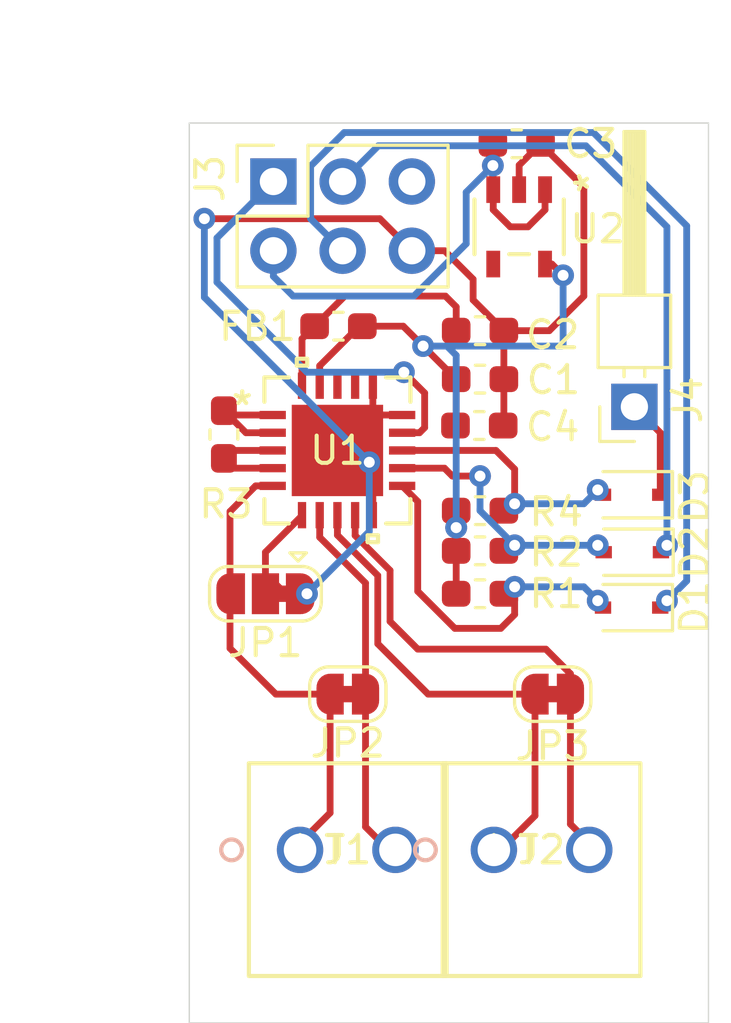
<source format=kicad_pcb>
(kicad_pcb (version 20171130) (host pcbnew "(5.1.6)-1")

  (general
    (thickness 1.6)
    (drawings 6)
    (tracks 170)
    (zones 0)
    (modules 21)
    (nets 23)
  )

  (page A4)
  (layers
    (0 F.Cu power)
    (31 B.Cu signal)
    (32 B.Adhes user)
    (33 F.Adhes user)
    (34 B.Paste user)
    (35 F.Paste user)
    (36 B.SilkS user)
    (37 F.SilkS user)
    (38 B.Mask user)
    (39 F.Mask user)
    (40 Dwgs.User user hide)
    (41 Cmts.User user hide)
    (42 Eco1.User user)
    (43 Eco2.User user)
    (44 Edge.Cuts user)
    (45 Margin user)
    (46 B.CrtYd user)
    (47 F.CrtYd user)
    (48 B.Fab user)
    (49 F.Fab user hide)
  )

  (setup
    (last_trace_width 0.25)
    (trace_clearance 0.2)
    (zone_clearance 0.508)
    (zone_45_only no)
    (trace_min 0.2)
    (via_size 0.8)
    (via_drill 0.4)
    (via_min_size 0.4)
    (via_min_drill 0.3)
    (uvia_size 0.3)
    (uvia_drill 0.1)
    (uvias_allowed no)
    (uvia_min_size 0.2)
    (uvia_min_drill 0.1)
    (edge_width 0.05)
    (segment_width 0.2)
    (pcb_text_width 0.3)
    (pcb_text_size 1.5 1.5)
    (mod_edge_width 0.12)
    (mod_text_size 1 1)
    (mod_text_width 0.15)
    (pad_size 1.524 1.524)
    (pad_drill 0.762)
    (pad_to_mask_clearance 0.05)
    (aux_axis_origin 0 0)
    (visible_elements 7FFFFFFF)
    (pcbplotparams
      (layerselection 0x010fc_ffffffff)
      (usegerberextensions false)
      (usegerberattributes true)
      (usegerberadvancedattributes true)
      (creategerberjobfile true)
      (excludeedgelayer true)
      (linewidth 0.100000)
      (plotframeref false)
      (viasonmask false)
      (mode 1)
      (useauxorigin false)
      (hpglpennumber 1)
      (hpglpenspeed 20)
      (hpglpendiameter 15.000000)
      (psnegative false)
      (psa4output false)
      (plotreference true)
      (plotvalue true)
      (plotinvisibletext false)
      (padsonsilk false)
      (subtractmaskfromsilk false)
      (outputformat 1)
      (mirror false)
      (drillshape 1)
      (scaleselection 1)
      (outputdirectory ""))
  )

  (net 0 "")
  (net 1 GND)
  (net 2 +3V3)
  (net 3 +5V)
  (net 4 /SDI)
  (net 5 /M-SDI)
  (net 6 /SCK)
  (net 7 /M-SCK)
  (net 8 /M-CS)
  (net 9 /CS)
  (net 10 /M-RTDIN+)
  (net 11 /FORCE+)
  (net 12 /M-RTDIN-)
  (net 13 /FORCE-)
  (net 14 /SDO)
  (net 15 /RST)
  (net 16 /M-FORCE2)
  (net 17 "Net-(U1-Pad17)")
  (net 18 "Net-(U1-Pad18)")
  (net 19 "Net-(U2-Pad4)")
  (net 20 /ISENSOR)
  (net 21 /BIAS)
  (net 22 /VDD)

  (net_class Default "This is the default net class."
    (clearance 0.2)
    (trace_width 0.25)
    (via_dia 0.8)
    (via_drill 0.4)
    (uvia_dia 0.3)
    (uvia_drill 0.1)
    (add_net +3V3)
    (add_net +5V)
    (add_net /BIAS)
    (add_net /CS)
    (add_net /FORCE+)
    (add_net /FORCE-)
    (add_net /ISENSOR)
    (add_net /M-CS)
    (add_net /M-FORCE2)
    (add_net /M-RTDIN+)
    (add_net /M-RTDIN-)
    (add_net /M-SCK)
    (add_net /M-SDI)
    (add_net /RST)
    (add_net /SCK)
    (add_net /SDI)
    (add_net /SDO)
    (add_net /VDD)
    (add_net GND)
    (add_net "Net-(U1-Pad17)")
    (add_net "Net-(U1-Pad18)")
    (add_net "Net-(U2-Pad4)")
  )

  (module V0PT100:C_0603_1608Metric_Pad1.05x0.95mm_HandSolder (layer F.Cu) (tedit 5EBC34C0) (tstamp 5F13385D)
    (at 114.808 117.348)
    (descr "Capacitor SMD 0603 (1608 Metric), square (rectangular) end terminal, IPC_7351 nominal with elongated pad for handsoldering. (Body size source: http://www.tortai-tech.com/upload/download/2011102023233369053.pdf), generated with kicad-footprint-generator")
    (tags "capacitor handsolder")
    (path /5F1656B5)
    (attr smd)
    (fp_text reference C1 (at 2.6924 0.0254) (layer F.SilkS)
      (effects (font (size 1 1) (thickness 0.15)))
    )
    (fp_text value 10uF (at 0 1.43) (layer F.Fab)
      (effects (font (size 1 1) (thickness 0.15)))
    )
    (fp_line (start -0.8 0.4) (end -0.8 -0.4) (layer F.Fab) (width 0.1))
    (fp_line (start -0.8 -0.4) (end 0.8 -0.4) (layer F.Fab) (width 0.1))
    (fp_line (start 0.8 -0.4) (end 0.8 0.4) (layer F.Fab) (width 0.1))
    (fp_line (start 0.8 0.4) (end -0.8 0.4) (layer F.Fab) (width 0.1))
    (fp_line (start -0.171267 -0.51) (end 0.171267 -0.51) (layer F.SilkS) (width 0.12))
    (fp_line (start -0.171267 0.51) (end 0.171267 0.51) (layer F.SilkS) (width 0.12))
    (fp_line (start -1.65 0.73) (end -1.65 -0.73) (layer F.CrtYd) (width 0.05))
    (fp_line (start -1.65 -0.73) (end 1.65 -0.73) (layer F.CrtYd) (width 0.05))
    (fp_line (start 1.65 -0.73) (end 1.65 0.73) (layer F.CrtYd) (width 0.05))
    (fp_line (start 1.65 0.73) (end -1.65 0.73) (layer F.CrtYd) (width 0.05))
    (fp_text user %R (at 0 0) (layer F.Fab)
      (effects (font (size 0.4 0.4) (thickness 0.06)))
    )
    (pad 2 smd roundrect (at 0.875 0) (size 1.05 0.95) (layers F.Cu F.Paste F.Mask) (roundrect_rratio 0.25)
      (net 1 GND))
    (pad 1 smd roundrect (at -0.875 0) (size 1.05 0.95) (layers F.Cu F.Paste F.Mask) (roundrect_rratio 0.25)
      (net 2 +3V3))
    (model ${KIPRJMOD}/Library/3DModels/C_0603_1608Metric.wrl
      (at (xyz 0 0 0))
      (scale (xyz 1 1 1))
      (rotate (xyz 0 0 0))
    )
  )

  (module V0PT100:C_0603_1608Metric_Pad1.05x0.95mm_HandSolder (layer F.Cu) (tedit 5EBC34C0) (tstamp 5F13386E)
    (at 114.808 115.57)
    (descr "Capacitor SMD 0603 (1608 Metric), square (rectangular) end terminal, IPC_7351 nominal with elongated pad for handsoldering. (Body size source: http://www.tortai-tech.com/upload/download/2011102023233369053.pdf), generated with kicad-footprint-generator")
    (tags "capacitor handsolder")
    (path /5F164BA8)
    (attr smd)
    (fp_text reference C2 (at 2.667 0.1524) (layer F.SilkS)
      (effects (font (size 1 1) (thickness 0.15)))
    )
    (fp_text value 10uF (at 0 1.43) (layer F.Fab)
      (effects (font (size 1 1) (thickness 0.15)))
    )
    (fp_line (start 1.65 0.73) (end -1.65 0.73) (layer F.CrtYd) (width 0.05))
    (fp_line (start 1.65 -0.73) (end 1.65 0.73) (layer F.CrtYd) (width 0.05))
    (fp_line (start -1.65 -0.73) (end 1.65 -0.73) (layer F.CrtYd) (width 0.05))
    (fp_line (start -1.65 0.73) (end -1.65 -0.73) (layer F.CrtYd) (width 0.05))
    (fp_line (start -0.171267 0.51) (end 0.171267 0.51) (layer F.SilkS) (width 0.12))
    (fp_line (start -0.171267 -0.51) (end 0.171267 -0.51) (layer F.SilkS) (width 0.12))
    (fp_line (start 0.8 0.4) (end -0.8 0.4) (layer F.Fab) (width 0.1))
    (fp_line (start 0.8 -0.4) (end 0.8 0.4) (layer F.Fab) (width 0.1))
    (fp_line (start -0.8 -0.4) (end 0.8 -0.4) (layer F.Fab) (width 0.1))
    (fp_line (start -0.8 0.4) (end -0.8 -0.4) (layer F.Fab) (width 0.1))
    (fp_text user %R (at 0 0) (layer F.Fab)
      (effects (font (size 0.4 0.4) (thickness 0.06)))
    )
    (pad 1 smd roundrect (at -0.875 0) (size 1.05 0.95) (layers F.Cu F.Paste F.Mask) (roundrect_rratio 0.25)
      (net 22 /VDD))
    (pad 2 smd roundrect (at 0.875 0) (size 1.05 0.95) (layers F.Cu F.Paste F.Mask) (roundrect_rratio 0.25)
      (net 1 GND))
    (model ${KIPRJMOD}/Library/3DModels/C_0603_1608Metric.wrl
      (at (xyz 0 0 0))
      (scale (xyz 1 1 1))
      (rotate (xyz 0 0 0))
    )
  )

  (module V0PT100:C_0603_1608Metric_Pad1.05x0.95mm_HandSolder (layer F.Cu) (tedit 5EBC34C0) (tstamp 5F13387F)
    (at 116.1542 108.712)
    (descr "Capacitor SMD 0603 (1608 Metric), square (rectangular) end terminal, IPC_7351 nominal with elongated pad for handsoldering. (Body size source: http://www.tortai-tech.com/upload/download/2011102023233369053.pdf), generated with kicad-footprint-generator")
    (tags "capacitor handsolder")
    (path /5F14D857)
    (attr smd)
    (fp_text reference C3 (at 2.7178 0) (layer F.SilkS)
      (effects (font (size 1 1) (thickness 0.15)))
    )
    (fp_text value 10uF (at 0 1.43) (layer F.Fab)
      (effects (font (size 1 1) (thickness 0.15)))
    )
    (fp_line (start 1.65 0.73) (end -1.65 0.73) (layer F.CrtYd) (width 0.05))
    (fp_line (start 1.65 -0.73) (end 1.65 0.73) (layer F.CrtYd) (width 0.05))
    (fp_line (start -1.65 -0.73) (end 1.65 -0.73) (layer F.CrtYd) (width 0.05))
    (fp_line (start -1.65 0.73) (end -1.65 -0.73) (layer F.CrtYd) (width 0.05))
    (fp_line (start -0.171267 0.51) (end 0.171267 0.51) (layer F.SilkS) (width 0.12))
    (fp_line (start -0.171267 -0.51) (end 0.171267 -0.51) (layer F.SilkS) (width 0.12))
    (fp_line (start 0.8 0.4) (end -0.8 0.4) (layer F.Fab) (width 0.1))
    (fp_line (start 0.8 -0.4) (end 0.8 0.4) (layer F.Fab) (width 0.1))
    (fp_line (start -0.8 -0.4) (end 0.8 -0.4) (layer F.Fab) (width 0.1))
    (fp_line (start -0.8 0.4) (end -0.8 -0.4) (layer F.Fab) (width 0.1))
    (fp_text user %R (at 0 0) (layer F.Fab)
      (effects (font (size 0.4 0.4) (thickness 0.06)))
    )
    (pad 1 smd roundrect (at -0.875 0) (size 1.05 0.95) (layers F.Cu F.Paste F.Mask) (roundrect_rratio 0.25)
      (net 3 +5V))
    (pad 2 smd roundrect (at 0.875 0) (size 1.05 0.95) (layers F.Cu F.Paste F.Mask) (roundrect_rratio 0.25)
      (net 1 GND))
    (model ${KIPRJMOD}/Library/3DModels/C_0603_1608Metric.wrl
      (at (xyz 0 0 0))
      (scale (xyz 1 1 1))
      (rotate (xyz 0 0 0))
    )
  )

  (module V0PT100:C_0603_1608Metric_Pad1.05x0.95mm_HandSolder (layer F.Cu) (tedit 5EBC34C0) (tstamp 5F133890)
    (at 114.7826 119.0498)
    (descr "Capacitor SMD 0603 (1608 Metric), square (rectangular) end terminal, IPC_7351 nominal with elongated pad for handsoldering. (Body size source: http://www.tortai-tech.com/upload/download/2011102023233369053.pdf), generated with kicad-footprint-generator")
    (tags "capacitor handsolder")
    (path /5F1563E9)
    (attr smd)
    (fp_text reference C4 (at 2.6924 0.0508) (layer F.SilkS)
      (effects (font (size 1 1) (thickness 0.15)))
    )
    (fp_text value 10uF (at 0 1.43) (layer F.Fab)
      (effects (font (size 1 1) (thickness 0.15)))
    )
    (fp_line (start -0.8 0.4) (end -0.8 -0.4) (layer F.Fab) (width 0.1))
    (fp_line (start -0.8 -0.4) (end 0.8 -0.4) (layer F.Fab) (width 0.1))
    (fp_line (start 0.8 -0.4) (end 0.8 0.4) (layer F.Fab) (width 0.1))
    (fp_line (start 0.8 0.4) (end -0.8 0.4) (layer F.Fab) (width 0.1))
    (fp_line (start -0.171267 -0.51) (end 0.171267 -0.51) (layer F.SilkS) (width 0.12))
    (fp_line (start -0.171267 0.51) (end 0.171267 0.51) (layer F.SilkS) (width 0.12))
    (fp_line (start -1.65 0.73) (end -1.65 -0.73) (layer F.CrtYd) (width 0.05))
    (fp_line (start -1.65 -0.73) (end 1.65 -0.73) (layer F.CrtYd) (width 0.05))
    (fp_line (start 1.65 -0.73) (end 1.65 0.73) (layer F.CrtYd) (width 0.05))
    (fp_line (start 1.65 0.73) (end -1.65 0.73) (layer F.CrtYd) (width 0.05))
    (fp_text user %R (at 0 0) (layer F.Fab)
      (effects (font (size 0.4 0.4) (thickness 0.06)))
    )
    (pad 2 smd roundrect (at 0.875 0) (size 1.05 0.95) (layers F.Cu F.Paste F.Mask) (roundrect_rratio 0.25)
      (net 1 GND))
    (pad 1 smd roundrect (at -0.875 0) (size 1.05 0.95) (layers F.Cu F.Paste F.Mask) (roundrect_rratio 0.25)
      (net 2 +3V3))
    (model ${KIPRJMOD}/Library/3DModels/C_0603_1608Metric.wrl
      (at (xyz 0 0 0))
      (scale (xyz 1 1 1))
      (rotate (xyz 0 0 0))
    )
  )

  (module Diode_SMD:D_SOD-323 (layer F.Cu) (tedit 58641739) (tstamp 5F1338A8)
    (at 120.3706 125.73 180)
    (descr SOD-323)
    (tags SOD-323)
    (path /5F1898C2)
    (attr smd)
    (fp_text reference D1 (at -2.3114 0 90) (layer F.SilkS)
      (effects (font (size 1 1) (thickness 0.15)))
    )
    (fp_text value 1N4148 (at 0.1 1.9) (layer F.Fab)
      (effects (font (size 1 1) (thickness 0.15)))
    )
    (fp_line (start -1.5 -0.85) (end 1.05 -0.85) (layer F.SilkS) (width 0.12))
    (fp_line (start -1.5 0.85) (end 1.05 0.85) (layer F.SilkS) (width 0.12))
    (fp_line (start -1.6 -0.95) (end -1.6 0.95) (layer F.CrtYd) (width 0.05))
    (fp_line (start -1.6 0.95) (end 1.6 0.95) (layer F.CrtYd) (width 0.05))
    (fp_line (start 1.6 -0.95) (end 1.6 0.95) (layer F.CrtYd) (width 0.05))
    (fp_line (start -1.6 -0.95) (end 1.6 -0.95) (layer F.CrtYd) (width 0.05))
    (fp_line (start -0.9 -0.7) (end 0.9 -0.7) (layer F.Fab) (width 0.1))
    (fp_line (start 0.9 -0.7) (end 0.9 0.7) (layer F.Fab) (width 0.1))
    (fp_line (start 0.9 0.7) (end -0.9 0.7) (layer F.Fab) (width 0.1))
    (fp_line (start -0.9 0.7) (end -0.9 -0.7) (layer F.Fab) (width 0.1))
    (fp_line (start -0.3 -0.35) (end -0.3 0.35) (layer F.Fab) (width 0.1))
    (fp_line (start -0.3 0) (end -0.5 0) (layer F.Fab) (width 0.1))
    (fp_line (start -0.3 0) (end 0.2 -0.35) (layer F.Fab) (width 0.1))
    (fp_line (start 0.2 -0.35) (end 0.2 0.35) (layer F.Fab) (width 0.1))
    (fp_line (start 0.2 0.35) (end -0.3 0) (layer F.Fab) (width 0.1))
    (fp_line (start 0.2 0) (end 0.45 0) (layer F.Fab) (width 0.1))
    (fp_line (start -1.5 -0.85) (end -1.5 0.85) (layer F.SilkS) (width 0.12))
    (fp_text user %R (at 0 -1.85) (layer F.Fab)
      (effects (font (size 1 1) (thickness 0.15)))
    )
    (pad 1 smd rect (at -1.05 0 180) (size 0.6 0.45) (layers F.Cu F.Paste F.Mask)
      (net 4 /SDI))
    (pad 2 smd rect (at 1.05 0 180) (size 0.6 0.45) (layers F.Cu F.Paste F.Mask)
      (net 5 /M-SDI))
    (model ${KISYS3DMOD}/Diode_SMD.3dshapes/D_SOD-323.wrl
      (at (xyz 0 0 0))
      (scale (xyz 1 1 1))
      (rotate (xyz 0 0 0))
    )
  )

  (module Diode_SMD:D_SOD-323 (layer F.Cu) (tedit 58641739) (tstamp 5F1338C0)
    (at 120.396 123.698 180)
    (descr SOD-323)
    (tags SOD-323)
    (path /5F18BFA0)
    (attr smd)
    (fp_text reference D2 (at -2.286 0 90) (layer F.SilkS)
      (effects (font (size 1 1) (thickness 0.15)))
    )
    (fp_text value 1N4148 (at 0.1 1.9) (layer F.Fab)
      (effects (font (size 1 1) (thickness 0.15)))
    )
    (fp_line (start -1.5 -0.85) (end -1.5 0.85) (layer F.SilkS) (width 0.12))
    (fp_line (start 0.2 0) (end 0.45 0) (layer F.Fab) (width 0.1))
    (fp_line (start 0.2 0.35) (end -0.3 0) (layer F.Fab) (width 0.1))
    (fp_line (start 0.2 -0.35) (end 0.2 0.35) (layer F.Fab) (width 0.1))
    (fp_line (start -0.3 0) (end 0.2 -0.35) (layer F.Fab) (width 0.1))
    (fp_line (start -0.3 0) (end -0.5 0) (layer F.Fab) (width 0.1))
    (fp_line (start -0.3 -0.35) (end -0.3 0.35) (layer F.Fab) (width 0.1))
    (fp_line (start -0.9 0.7) (end -0.9 -0.7) (layer F.Fab) (width 0.1))
    (fp_line (start 0.9 0.7) (end -0.9 0.7) (layer F.Fab) (width 0.1))
    (fp_line (start 0.9 -0.7) (end 0.9 0.7) (layer F.Fab) (width 0.1))
    (fp_line (start -0.9 -0.7) (end 0.9 -0.7) (layer F.Fab) (width 0.1))
    (fp_line (start -1.6 -0.95) (end 1.6 -0.95) (layer F.CrtYd) (width 0.05))
    (fp_line (start 1.6 -0.95) (end 1.6 0.95) (layer F.CrtYd) (width 0.05))
    (fp_line (start -1.6 0.95) (end 1.6 0.95) (layer F.CrtYd) (width 0.05))
    (fp_line (start -1.6 -0.95) (end -1.6 0.95) (layer F.CrtYd) (width 0.05))
    (fp_line (start -1.5 0.85) (end 1.05 0.85) (layer F.SilkS) (width 0.12))
    (fp_line (start -1.5 -0.85) (end 1.05 -0.85) (layer F.SilkS) (width 0.12))
    (fp_text user %R (at 0 -1.85) (layer F.Fab)
      (effects (font (size 1 1) (thickness 0.15)))
    )
    (pad 2 smd rect (at 1.05 0 180) (size 0.6 0.45) (layers F.Cu F.Paste F.Mask)
      (net 7 /M-SCK))
    (pad 1 smd rect (at -1.05 0 180) (size 0.6 0.45) (layers F.Cu F.Paste F.Mask)
      (net 6 /SCK))
    (model ${KISYS3DMOD}/Diode_SMD.3dshapes/D_SOD-323.wrl
      (at (xyz 0 0 0))
      (scale (xyz 1 1 1))
      (rotate (xyz 0 0 0))
    )
  )

  (module Diode_SMD:D_SOD-323 (layer F.Cu) (tedit 58641739) (tstamp 5F1338D8)
    (at 120.3706 121.5898 180)
    (descr SOD-323)
    (tags SOD-323)
    (path /5F18DB50)
    (attr smd)
    (fp_text reference D3 (at -2.3114 -0.0762 90) (layer F.SilkS)
      (effects (font (size 1 1) (thickness 0.15)))
    )
    (fp_text value 1N4148 (at 0.1 1.9) (layer F.Fab)
      (effects (font (size 1 1) (thickness 0.15)))
    )
    (fp_line (start -1.5 -0.85) (end 1.05 -0.85) (layer F.SilkS) (width 0.12))
    (fp_line (start -1.5 0.85) (end 1.05 0.85) (layer F.SilkS) (width 0.12))
    (fp_line (start -1.6 -0.95) (end -1.6 0.95) (layer F.CrtYd) (width 0.05))
    (fp_line (start -1.6 0.95) (end 1.6 0.95) (layer F.CrtYd) (width 0.05))
    (fp_line (start 1.6 -0.95) (end 1.6 0.95) (layer F.CrtYd) (width 0.05))
    (fp_line (start -1.6 -0.95) (end 1.6 -0.95) (layer F.CrtYd) (width 0.05))
    (fp_line (start -0.9 -0.7) (end 0.9 -0.7) (layer F.Fab) (width 0.1))
    (fp_line (start 0.9 -0.7) (end 0.9 0.7) (layer F.Fab) (width 0.1))
    (fp_line (start 0.9 0.7) (end -0.9 0.7) (layer F.Fab) (width 0.1))
    (fp_line (start -0.9 0.7) (end -0.9 -0.7) (layer F.Fab) (width 0.1))
    (fp_line (start -0.3 -0.35) (end -0.3 0.35) (layer F.Fab) (width 0.1))
    (fp_line (start -0.3 0) (end -0.5 0) (layer F.Fab) (width 0.1))
    (fp_line (start -0.3 0) (end 0.2 -0.35) (layer F.Fab) (width 0.1))
    (fp_line (start 0.2 -0.35) (end 0.2 0.35) (layer F.Fab) (width 0.1))
    (fp_line (start 0.2 0.35) (end -0.3 0) (layer F.Fab) (width 0.1))
    (fp_line (start 0.2 0) (end 0.45 0) (layer F.Fab) (width 0.1))
    (fp_line (start -1.5 -0.85) (end -1.5 0.85) (layer F.SilkS) (width 0.12))
    (fp_text user %R (at 0 -1.85) (layer F.Fab)
      (effects (font (size 1 1) (thickness 0.15)))
    )
    (pad 1 smd rect (at -1.05 0 180) (size 0.6 0.45) (layers F.Cu F.Paste F.Mask)
      (net 9 /CS))
    (pad 2 smd rect (at 1.05 0 180) (size 0.6 0.45) (layers F.Cu F.Paste F.Mask)
      (net 8 /M-CS))
    (model ${KISYS3DMOD}/Diode_SMD.3dshapes/D_SOD-323.wrl
      (at (xyz 0 0 0))
      (scale (xyz 1 1 1))
      (rotate (xyz 0 0 0))
    )
  )

  (module V0PT100:L_0603_1608Metric_Pad1.05x0.95mm_HandSolder (layer F.Cu) (tedit 5EBC34E5) (tstamp 5F1338E9)
    (at 109.6137 115.4049 180)
    (descr "Capacitor SMD 0603 (1608 Metric), square (rectangular) end terminal, IPC_7351 nominal with elongated pad for handsoldering. (Body size source: http://www.tortai-tech.com/upload/download/2011102023233369053.pdf), generated with kicad-footprint-generator")
    (tags "inductor handsolder")
    (path /5F16051D)
    (attr smd)
    (fp_text reference FB1 (at 2.9718 -0.0127) (layer F.SilkS)
      (effects (font (size 1 1) (thickness 0.15)))
    )
    (fp_text value Ferrite_Bead_Small (at 0 1.43) (layer F.Fab)
      (effects (font (size 1 1) (thickness 0.15)))
    )
    (fp_line (start 1.65 0.73) (end -1.65 0.73) (layer F.CrtYd) (width 0.05))
    (fp_line (start 1.65 -0.73) (end 1.65 0.73) (layer F.CrtYd) (width 0.05))
    (fp_line (start -1.65 -0.73) (end 1.65 -0.73) (layer F.CrtYd) (width 0.05))
    (fp_line (start -1.65 0.73) (end -1.65 -0.73) (layer F.CrtYd) (width 0.05))
    (fp_line (start -0.171267 0.51) (end 0.171267 0.51) (layer F.SilkS) (width 0.12))
    (fp_line (start -0.171267 -0.51) (end 0.171267 -0.51) (layer F.SilkS) (width 0.12))
    (fp_line (start 0.8 0.4) (end -0.8 0.4) (layer F.Fab) (width 0.1))
    (fp_line (start 0.8 -0.4) (end 0.8 0.4) (layer F.Fab) (width 0.1))
    (fp_line (start -0.8 -0.4) (end 0.8 -0.4) (layer F.Fab) (width 0.1))
    (fp_line (start -0.8 0.4) (end -0.8 -0.4) (layer F.Fab) (width 0.1))
    (fp_text user %R (at 0 0) (layer F.Fab)
      (effects (font (size 0.4 0.4) (thickness 0.06)))
    )
    (pad 1 smd roundrect (at -0.875 0 180) (size 1.05 0.95) (layers F.Cu F.Paste F.Mask) (roundrect_rratio 0.25)
      (net 2 +3V3))
    (pad 2 smd roundrect (at 0.875 0 180) (size 1.05 0.95) (layers F.Cu F.Paste F.Mask) (roundrect_rratio 0.25)
      (net 22 /VDD))
    (model ${KIPRJMOD}/Library/3D_Packages/L_0603_1608Metric.wrl
      (at (xyz 0 0 0))
      (scale (xyz 1 1 1))
      (rotate (xyz 0 0 0))
    )
    (model ${KIPRJMOD}/Library/3DModels/L_0603_1608Metric.wrl
      (at (xyz 0 0 0))
      (scale (xyz 1 1 1))
      (rotate (xyz 0 0 0))
    )
  )

  (module V0PT100:1984617 (layer F.Cu) (tedit 0) (tstamp 5F133901)
    (at 108.204 134.62)
    (path /5F4F4DC1)
    (fp_text reference J1 (at 1.75 0) (layer F.SilkS)
      (effects (font (size 1 1) (thickness 0.15)))
    )
    (fp_text value T1 (at 1.75 0) (layer F.SilkS)
      (effects (font (size 1 1) (thickness 0.15)))
    )
    (fp_circle (center -2.511999 0) (end -2.130999 0) (layer B.SilkS) (width 0.1524))
    (fp_circle (center -2.511999 0) (end -2.130999 0) (layer F.SilkS) (width 0.1524))
    (fp_circle (center 0 -1.905) (end 0.381 -1.905) (layer F.Fab) (width 0.1524))
    (fp_line (start 5.504001 -3.303999) (end -2.004 -3.303999) (layer F.CrtYd) (width 0.1524))
    (fp_line (start 5.504001 4.754001) (end 5.504001 -3.303999) (layer F.CrtYd) (width 0.1524))
    (fp_line (start -2.004 4.754001) (end 5.504001 4.754001) (layer F.CrtYd) (width 0.1524))
    (fp_line (start -2.004 -3.303999) (end -2.004 4.754001) (layer F.CrtYd) (width 0.1524))
    (fp_line (start -1.75 -3.049999) (end -1.75 4.500001) (layer F.Fab) (width 0.1524))
    (fp_line (start 5.250001 -3.049999) (end -1.75 -3.049999) (layer F.Fab) (width 0.1524))
    (fp_line (start 5.250001 4.500001) (end 5.250001 -3.049999) (layer F.Fab) (width 0.1524))
    (fp_line (start -1.75 4.500001) (end 5.250001 4.500001) (layer F.Fab) (width 0.1524))
    (fp_line (start -1.877 -3.176999) (end -1.877 4.627001) (layer F.SilkS) (width 0.1524))
    (fp_line (start 5.377001 -3.176999) (end -1.877 -3.176999) (layer F.SilkS) (width 0.1524))
    (fp_line (start 5.377001 4.627001) (end 5.377001 -3.176999) (layer F.SilkS) (width 0.1524))
    (fp_line (start -1.877 4.627001) (end 5.377001 4.627001) (layer F.SilkS) (width 0.1524))
    (fp_text user "Copyright 2016 Accelerated Designs. All rights reserved." (at 0 0) (layer Cmts.User)
      (effects (font (size 0.127 0.127) (thickness 0.002)))
    )
    (fp_text user * (at 0 0) (layer F.SilkS)
      (effects (font (size 1 1) (thickness 0.15)))
    )
    (fp_text user * (at 0 0) (layer F.Fab)
      (effects (font (size 1 1) (thickness 0.15)))
    )
    (pad 1 thru_hole circle (at -0.000001 0) (size 1.7018 1.7018) (drill 1.1938) (layers *.Cu *.Mask)
      (net 11 /FORCE+))
    (pad 2 thru_hole circle (at 3.500002 0) (size 1.7018 1.7018) (drill 1.1938) (layers *.Cu *.Mask)
      (net 10 /M-RTDIN+))
    (model ${KIPRJMOD}/Library/3DModels/Phoenix_Contact_-_1984617.step
      (offset (xyz 1.75 -0.75 0))
      (scale (xyz 1 1 1))
      (rotate (xyz 0 0 0))
    )
  )

  (module V0PT100:1984617 (layer F.Cu) (tedit 0) (tstamp 5F133919)
    (at 115.316 134.62)
    (path /5F4F5EA2)
    (fp_text reference J2 (at 1.75 0) (layer F.SilkS)
      (effects (font (size 1 1) (thickness 0.15)))
    )
    (fp_text value T2 (at 1.75 0) (layer F.SilkS)
      (effects (font (size 1 1) (thickness 0.15)))
    )
    (fp_line (start -1.877 4.627001) (end 5.377001 4.627001) (layer F.SilkS) (width 0.1524))
    (fp_line (start 5.377001 4.627001) (end 5.377001 -3.176999) (layer F.SilkS) (width 0.1524))
    (fp_line (start 5.377001 -3.176999) (end -1.877 -3.176999) (layer F.SilkS) (width 0.1524))
    (fp_line (start -1.877 -3.176999) (end -1.877 4.627001) (layer F.SilkS) (width 0.1524))
    (fp_line (start -1.75 4.500001) (end 5.250001 4.500001) (layer F.Fab) (width 0.1524))
    (fp_line (start 5.250001 4.500001) (end 5.250001 -3.049999) (layer F.Fab) (width 0.1524))
    (fp_line (start 5.250001 -3.049999) (end -1.75 -3.049999) (layer F.Fab) (width 0.1524))
    (fp_line (start -1.75 -3.049999) (end -1.75 4.500001) (layer F.Fab) (width 0.1524))
    (fp_line (start -2.004 -3.303999) (end -2.004 4.754001) (layer F.CrtYd) (width 0.1524))
    (fp_line (start -2.004 4.754001) (end 5.504001 4.754001) (layer F.CrtYd) (width 0.1524))
    (fp_line (start 5.504001 4.754001) (end 5.504001 -3.303999) (layer F.CrtYd) (width 0.1524))
    (fp_line (start 5.504001 -3.303999) (end -2.004 -3.303999) (layer F.CrtYd) (width 0.1524))
    (fp_circle (center 0 -1.905) (end 0.381 -1.905) (layer F.Fab) (width 0.1524))
    (fp_circle (center -2.511999 0) (end -2.130999 0) (layer F.SilkS) (width 0.1524))
    (fp_circle (center -2.511999 0) (end -2.130999 0) (layer B.SilkS) (width 0.1524))
    (fp_text user * (at 0 0) (layer F.Fab)
      (effects (font (size 1 1) (thickness 0.15)))
    )
    (fp_text user * (at 0 0) (layer F.SilkS)
      (effects (font (size 1 1) (thickness 0.15)))
    )
    (fp_text user "Copyright 2016 Accelerated Designs. All rights reserved." (at 0 0) (layer Cmts.User)
      (effects (font (size 0.127 0.127) (thickness 0.002)))
    )
    (pad 2 thru_hole circle (at 3.500002 0) (size 1.7018 1.7018) (drill 1.1938) (layers *.Cu *.Mask)
      (net 13 /FORCE-))
    (pad 1 thru_hole circle (at -0.000001 0) (size 1.7018 1.7018) (drill 1.1938) (layers *.Cu *.Mask)
      (net 12 /M-RTDIN-))
    (model ${KIPRJMOD}/Library/3DModels/Phoenix_Contact_-_1984617.step
      (offset (xyz 1.75 -0.75 0))
      (scale (xyz 1 1 1))
      (rotate (xyz 0 0 0))
    )
  )

  (module Connector_PinSocket_2.54mm:PinSocket_2x03_P2.54mm_Vertical (layer F.Cu) (tedit 5A19A425) (tstamp 5F133935)
    (at 107.2261 110.0963 90)
    (descr "Through hole straight socket strip, 2x03, 2.54mm pitch, double cols (from Kicad 4.0.7), script generated")
    (tags "Through hole socket strip THT 2x03 2.54mm double row")
    (path /5F132E40)
    (fp_text reference J3 (at 0.1143 -2.3241 90) (layer F.SilkS)
      (effects (font (size 1 1) (thickness 0.15)))
    )
    (fp_text value SPI1 (at -1.27 7.85 90) (layer F.Fab)
      (effects (font (size 1 1) (thickness 0.15)))
    )
    (fp_line (start -4.34 6.85) (end -4.34 -1.8) (layer F.CrtYd) (width 0.05))
    (fp_line (start 1.76 6.85) (end -4.34 6.85) (layer F.CrtYd) (width 0.05))
    (fp_line (start 1.76 -1.8) (end 1.76 6.85) (layer F.CrtYd) (width 0.05))
    (fp_line (start -4.34 -1.8) (end 1.76 -1.8) (layer F.CrtYd) (width 0.05))
    (fp_line (start 0 -1.33) (end 1.33 -1.33) (layer F.SilkS) (width 0.12))
    (fp_line (start 1.33 -1.33) (end 1.33 0) (layer F.SilkS) (width 0.12))
    (fp_line (start -1.27 -1.33) (end -1.27 1.27) (layer F.SilkS) (width 0.12))
    (fp_line (start -1.27 1.27) (end 1.33 1.27) (layer F.SilkS) (width 0.12))
    (fp_line (start 1.33 1.27) (end 1.33 6.41) (layer F.SilkS) (width 0.12))
    (fp_line (start -3.87 6.41) (end 1.33 6.41) (layer F.SilkS) (width 0.12))
    (fp_line (start -3.87 -1.33) (end -3.87 6.41) (layer F.SilkS) (width 0.12))
    (fp_line (start -3.87 -1.33) (end -1.27 -1.33) (layer F.SilkS) (width 0.12))
    (fp_line (start -3.81 6.35) (end -3.81 -1.27) (layer F.Fab) (width 0.1))
    (fp_line (start 1.27 6.35) (end -3.81 6.35) (layer F.Fab) (width 0.1))
    (fp_line (start 1.27 -0.27) (end 1.27 6.35) (layer F.Fab) (width 0.1))
    (fp_line (start 0.27 -1.27) (end 1.27 -0.27) (layer F.Fab) (width 0.1))
    (fp_line (start -3.81 -1.27) (end 0.27 -1.27) (layer F.Fab) (width 0.1))
    (fp_text user %R (at -1.27 2.54) (layer F.Fab)
      (effects (font (size 1 1) (thickness 0.15)))
    )
    (pad 1 thru_hole rect (at 0 0 90) (size 1.7 1.7) (drill 1) (layers *.Cu *.Mask)
      (net 14 /SDO))
    (pad 2 thru_hole oval (at -2.54 0 90) (size 1.7 1.7) (drill 1) (layers *.Cu *.Mask)
      (net 3 +5V))
    (pad 3 thru_hole oval (at 0 2.54 90) (size 1.7 1.7) (drill 1) (layers *.Cu *.Mask)
      (net 6 /SCK))
    (pad 4 thru_hole oval (at -2.54 2.54 90) (size 1.7 1.7) (drill 1) (layers *.Cu *.Mask)
      (net 4 /SDI))
    (pad 5 thru_hole oval (at 0 5.08 90) (size 1.7 1.7) (drill 1) (layers *.Cu *.Mask)
      (net 15 /RST))
    (pad 6 thru_hole oval (at -2.54 5.08 90) (size 1.7 1.7) (drill 1) (layers *.Cu *.Mask)
      (net 1 GND))
    (model ${KISYS3DMOD}/Connector_PinSocket_2.54mm.3dshapes/PinSocket_2x03_P2.54mm_Vertical.wrl
      (offset (xyz -2.5 0 -1.5))
      (scale (xyz 1 1 1))
      (rotate (xyz 0 180 0))
    )
  )

  (module V0PT100:SolderJumper-3_P1.3mm_Bridged12_RoundedPad1.0x1.5mm (layer F.Cu) (tedit 5C745321) (tstamp 5F133963)
    (at 106.934 125.222 180)
    (descr "SMD Solder 3-pad Jumper, 1x1.5mm rounded Pads, 0.3mm gap, pads 1-2 bridged with 1 copper strip")
    (tags "solder jumper open")
    (path /5F2A911F)
    (attr virtual)
    (fp_text reference JP1 (at 0 -1.8) (layer F.SilkS)
      (effects (font (size 1 1) (thickness 0.15)))
    )
    (fp_text value SolderJumper_3_Bridged12 (at 0 1.9) (layer F.Fab)
      (effects (font (size 1 1) (thickness 0.15)))
    )
    (fp_poly (pts (xy -0.9 -0.3) (xy -0.4 -0.3) (xy -0.4 0.3) (xy -0.9 0.3)) (layer F.Cu) (width 0))
    (fp_line (start 2.3 1.25) (end -2.3 1.25) (layer F.CrtYd) (width 0.05))
    (fp_line (start 2.3 1.25) (end 2.3 -1.25) (layer F.CrtYd) (width 0.05))
    (fp_line (start -2.3 -1.25) (end -2.3 1.25) (layer F.CrtYd) (width 0.05))
    (fp_line (start -2.3 -1.25) (end 2.3 -1.25) (layer F.CrtYd) (width 0.05))
    (fp_line (start -1.4 -1) (end 1.4 -1) (layer F.SilkS) (width 0.12))
    (fp_line (start 2.05 -0.3) (end 2.05 0.3) (layer F.SilkS) (width 0.12))
    (fp_line (start 1.4 1) (end -1.4 1) (layer F.SilkS) (width 0.12))
    (fp_line (start -2.05 0.3) (end -2.05 -0.3) (layer F.SilkS) (width 0.12))
    (fp_line (start -1.2 1.2) (end -1.5 1.5) (layer F.SilkS) (width 0.12))
    (fp_line (start -1.5 1.5) (end -0.9 1.5) (layer F.SilkS) (width 0.12))
    (fp_line (start -1.2 1.2) (end -0.9 1.5) (layer F.SilkS) (width 0.12))
    (fp_arc (start 1.35 -0.3) (end 2.05 -0.3) (angle -90) (layer F.SilkS) (width 0.12))
    (fp_arc (start 1.35 0.3) (end 1.35 1) (angle -90) (layer F.SilkS) (width 0.12))
    (fp_arc (start -1.35 0.3) (end -2.05 0.3) (angle -90) (layer F.SilkS) (width 0.12))
    (fp_arc (start -1.35 -0.3) (end -1.35 -1) (angle -90) (layer F.SilkS) (width 0.12))
    (pad 3 smd custom (at 1.3 0 180) (size 1 0.5) (layers F.Cu F.Mask)
      (net 11 /FORCE+) (zone_connect 2)
      (options (clearance outline) (anchor rect))
      (primitives
        (gr_circle (center 0 0.25) (end 0.5 0.25) (width 0))
        (gr_circle (center 0 -0.25) (end 0.5 -0.25) (width 0))
        (gr_poly (pts
           (xy -0.55 -0.75) (xy 0 -0.75) (xy 0 0.75) (xy -0.55 0.75)) (width 0))
      ))
    (pad 2 smd rect (at 0 0 180) (size 1 1.5) (layers F.Cu F.Mask)
      (net 16 /M-FORCE2))
    (pad 1 smd custom (at -1.3 0 180) (size 1 0.5) (layers F.Cu F.Mask)
      (net 1 GND) (zone_connect 2)
      (options (clearance outline) (anchor rect))
      (primitives
        (gr_circle (center 0 0.25) (end 0.5 0.25) (width 0))
        (gr_circle (center 0 -0.25) (end 0.5 -0.25) (width 0))
        (gr_poly (pts
           (xy 0.55 -0.75) (xy 0 -0.75) (xy 0 0.75) (xy 0.55 0.75)) (width 0))
      ))
  )

  (module V0PT100:SolderJumper-2_P1.3mm_Bridged_RoundedPad1.0x1.5mm (layer F.Cu) (tedit 5C745284) (tstamp 5F13474E)
    (at 109.9566 128.905 180)
    (descr "SMD Solder Jumper, 1x1.5mm, rounded Pads, 0.3mm gap, bridged with 1 copper strip")
    (tags "solder jumper open")
    (path /5F2D5027)
    (attr virtual)
    (fp_text reference JP2 (at 0 -1.8) (layer F.SilkS)
      (effects (font (size 1 1) (thickness 0.15)))
    )
    (fp_text value SolderJumper_2_Bridged (at 0 1.9) (layer F.Fab)
      (effects (font (size 1 1) (thickness 0.15)))
    )
    (fp_line (start -1.4 0.3) (end -1.4 -0.3) (layer F.SilkS) (width 0.12))
    (fp_line (start 0.7 1) (end -0.7 1) (layer F.SilkS) (width 0.12))
    (fp_line (start 1.4 -0.3) (end 1.4 0.3) (layer F.SilkS) (width 0.12))
    (fp_line (start -0.7 -1) (end 0.7 -1) (layer F.SilkS) (width 0.12))
    (fp_line (start -1.65 -1.25) (end 1.65 -1.25) (layer F.CrtYd) (width 0.05))
    (fp_line (start -1.65 -1.25) (end -1.65 1.25) (layer F.CrtYd) (width 0.05))
    (fp_line (start 1.65 1.25) (end 1.65 -1.25) (layer F.CrtYd) (width 0.05))
    (fp_line (start 1.65 1.25) (end -1.65 1.25) (layer F.CrtYd) (width 0.05))
    (fp_poly (pts (xy 0.25 -0.3) (xy -0.25 -0.3) (xy -0.25 0.3) (xy 0.25 0.3)) (layer F.Cu) (width 0))
    (fp_arc (start -0.7 -0.3) (end -0.7 -1) (angle -90) (layer F.SilkS) (width 0.12))
    (fp_arc (start -0.7 0.3) (end -1.4 0.3) (angle -90) (layer F.SilkS) (width 0.12))
    (fp_arc (start 0.7 0.3) (end 0.7 1) (angle -90) (layer F.SilkS) (width 0.12))
    (fp_arc (start 0.7 -0.3) (end 1.4 -0.3) (angle -90) (layer F.SilkS) (width 0.12))
    (pad 1 smd custom (at -0.65 0 180) (size 1 0.5) (layers F.Cu F.Mask)
      (net 10 /M-RTDIN+) (zone_connect 2)
      (options (clearance outline) (anchor rect))
      (primitives
        (gr_circle (center 0 0.25) (end 0.5 0.25) (width 0))
        (gr_circle (center 0 -0.25) (end 0.5 -0.25) (width 0))
        (gr_poly (pts
           (xy 0 -0.75) (xy 0.5 -0.75) (xy 0.5 0.75) (xy 0 0.75)) (width 0))
      ))
    (pad 2 smd custom (at 0.65 0 180) (size 1 0.5) (layers F.Cu F.Mask)
      (net 11 /FORCE+) (zone_connect 2)
      (options (clearance outline) (anchor rect))
      (primitives
        (gr_circle (center 0 0.25) (end 0.5 0.25) (width 0))
        (gr_circle (center 0 -0.25) (end 0.5 -0.25) (width 0))
        (gr_poly (pts
           (xy 0 -0.75) (xy -0.5 -0.75) (xy -0.5 0.75) (xy 0 0.75)) (width 0))
      ))
  )

  (module V0PT100:SolderJumper-2_P1.3mm_Bridged_RoundedPad1.0x1.5mm (layer F.Cu) (tedit 5C745284) (tstamp 5F133989)
    (at 117.475 128.905 180)
    (descr "SMD Solder Jumper, 1x1.5mm, rounded Pads, 0.3mm gap, bridged with 1 copper strip")
    (tags "solder jumper open")
    (path /5F2D59C1)
    (attr virtual)
    (fp_text reference JP3 (at 0 -1.905) (layer F.SilkS)
      (effects (font (size 1 1) (thickness 0.15)))
    )
    (fp_text value SolderJumper_2_Bridged (at 0 1.9) (layer F.Fab)
      (effects (font (size 1 1) (thickness 0.15)))
    )
    (fp_poly (pts (xy 0.25 -0.3) (xy -0.25 -0.3) (xy -0.25 0.3) (xy 0.25 0.3)) (layer F.Cu) (width 0))
    (fp_line (start 1.65 1.25) (end -1.65 1.25) (layer F.CrtYd) (width 0.05))
    (fp_line (start 1.65 1.25) (end 1.65 -1.25) (layer F.CrtYd) (width 0.05))
    (fp_line (start -1.65 -1.25) (end -1.65 1.25) (layer F.CrtYd) (width 0.05))
    (fp_line (start -1.65 -1.25) (end 1.65 -1.25) (layer F.CrtYd) (width 0.05))
    (fp_line (start -0.7 -1) (end 0.7 -1) (layer F.SilkS) (width 0.12))
    (fp_line (start 1.4 -0.3) (end 1.4 0.3) (layer F.SilkS) (width 0.12))
    (fp_line (start 0.7 1) (end -0.7 1) (layer F.SilkS) (width 0.12))
    (fp_line (start -1.4 0.3) (end -1.4 -0.3) (layer F.SilkS) (width 0.12))
    (fp_arc (start 0.7 -0.3) (end 1.4 -0.3) (angle -90) (layer F.SilkS) (width 0.12))
    (fp_arc (start 0.7 0.3) (end 0.7 1) (angle -90) (layer F.SilkS) (width 0.12))
    (fp_arc (start -0.7 0.3) (end -1.4 0.3) (angle -90) (layer F.SilkS) (width 0.12))
    (fp_arc (start -0.7 -0.3) (end -0.7 -1) (angle -90) (layer F.SilkS) (width 0.12))
    (pad 2 smd custom (at 0.65 0 180) (size 1 0.5) (layers F.Cu F.Mask)
      (net 12 /M-RTDIN-) (zone_connect 2)
      (options (clearance outline) (anchor rect))
      (primitives
        (gr_circle (center 0 0.25) (end 0.5 0.25) (width 0))
        (gr_circle (center 0 -0.25) (end 0.5 -0.25) (width 0))
        (gr_poly (pts
           (xy 0 -0.75) (xy -0.5 -0.75) (xy -0.5 0.75) (xy 0 0.75)) (width 0))
      ))
    (pad 1 smd custom (at -0.65 0 180) (size 1 0.5) (layers F.Cu F.Mask)
      (net 13 /FORCE-) (zone_connect 2)
      (options (clearance outline) (anchor rect))
      (primitives
        (gr_circle (center 0 0.25) (end 0.5 0.25) (width 0))
        (gr_circle (center 0 -0.25) (end 0.5 -0.25) (width 0))
        (gr_poly (pts
           (xy 0 -0.75) (xy 0.5 -0.75) (xy 0.5 0.75) (xy 0 0.75)) (width 0))
      ))
  )

  (module V0PT100:R_0603_1608Metric_Pad1.05x0.95mm_HandSolder (layer F.Cu) (tedit 5EBC3504) (tstamp 5F13399A)
    (at 114.808 125.222 180)
    (descr "Resistor SMD 0603 (1608 Metric), square (rectangular) end terminal, IPC_7351 nominal with elongated pad for handsoldering. (Body size source: http://www.tortai-tech.com/upload/download/2011102023233369053.pdf), generated with kicad-footprint-generator")
    (tags "resistor handsolder")
    (path /5F19BEFC)
    (attr smd)
    (fp_text reference R1 (at -2.794 0) (layer F.SilkS)
      (effects (font (size 1 1) (thickness 0.15)))
    )
    (fp_text value 10K (at 0 1.43) (layer F.Fab)
      (effects (font (size 1 1) (thickness 0.15)))
    )
    (fp_line (start -0.8 0.4) (end -0.8 -0.4) (layer F.Fab) (width 0.1))
    (fp_line (start -0.8 -0.4) (end 0.8 -0.4) (layer F.Fab) (width 0.1))
    (fp_line (start 0.8 -0.4) (end 0.8 0.4) (layer F.Fab) (width 0.1))
    (fp_line (start 0.8 0.4) (end -0.8 0.4) (layer F.Fab) (width 0.1))
    (fp_line (start -0.171267 -0.51) (end 0.171267 -0.51) (layer F.SilkS) (width 0.12))
    (fp_line (start -0.171267 0.51) (end 0.171267 0.51) (layer F.SilkS) (width 0.12))
    (fp_line (start -1.65 0.73) (end -1.65 -0.73) (layer F.CrtYd) (width 0.05))
    (fp_line (start -1.65 -0.73) (end 1.65 -0.73) (layer F.CrtYd) (width 0.05))
    (fp_line (start 1.65 -0.73) (end 1.65 0.73) (layer F.CrtYd) (width 0.05))
    (fp_line (start 1.65 0.73) (end -1.65 0.73) (layer F.CrtYd) (width 0.05))
    (fp_text user %R (at 0 0) (layer F.Fab)
      (effects (font (size 0.4 0.4) (thickness 0.06)))
    )
    (pad 2 smd roundrect (at 0.875 0 180) (size 1.05 0.95) (layers F.Cu F.Paste F.Mask) (roundrect_rratio 0.25)
      (net 2 +3V3))
    (pad 1 smd roundrect (at -0.875 0 180) (size 1.05 0.95) (layers F.Cu F.Paste F.Mask) (roundrect_rratio 0.25)
      (net 5 /M-SDI))
    (model ${KIPRJMOD}/Library/3DModels/R_0603_1608Metric.wrl
      (at (xyz 0 0 0))
      (scale (xyz 1 1 1))
      (rotate (xyz 0 0 0))
    )
  )

  (module V0PT100:R_0603_1608Metric_Pad1.05x0.95mm_HandSolder (layer F.Cu) (tedit 5EBC3504) (tstamp 5F148909)
    (at 114.808 123.6472 180)
    (descr "Resistor SMD 0603 (1608 Metric), square (rectangular) end terminal, IPC_7351 nominal with elongated pad for handsoldering. (Body size source: http://www.tortai-tech.com/upload/download/2011102023233369053.pdf), generated with kicad-footprint-generator")
    (tags "resistor handsolder")
    (path /5F19D211)
    (attr smd)
    (fp_text reference R2 (at -2.794 -0.0508) (layer F.SilkS)
      (effects (font (size 1 1) (thickness 0.15)))
    )
    (fp_text value 10K (at 0 1.43) (layer F.Fab)
      (effects (font (size 1 1) (thickness 0.15)))
    )
    (fp_line (start 1.65 0.73) (end -1.65 0.73) (layer F.CrtYd) (width 0.05))
    (fp_line (start 1.65 -0.73) (end 1.65 0.73) (layer F.CrtYd) (width 0.05))
    (fp_line (start -1.65 -0.73) (end 1.65 -0.73) (layer F.CrtYd) (width 0.05))
    (fp_line (start -1.65 0.73) (end -1.65 -0.73) (layer F.CrtYd) (width 0.05))
    (fp_line (start -0.171267 0.51) (end 0.171267 0.51) (layer F.SilkS) (width 0.12))
    (fp_line (start -0.171267 -0.51) (end 0.171267 -0.51) (layer F.SilkS) (width 0.12))
    (fp_line (start 0.8 0.4) (end -0.8 0.4) (layer F.Fab) (width 0.1))
    (fp_line (start 0.8 -0.4) (end 0.8 0.4) (layer F.Fab) (width 0.1))
    (fp_line (start -0.8 -0.4) (end 0.8 -0.4) (layer F.Fab) (width 0.1))
    (fp_line (start -0.8 0.4) (end -0.8 -0.4) (layer F.Fab) (width 0.1))
    (fp_text user %R (at 0 0) (layer F.Fab)
      (effects (font (size 0.4 0.4) (thickness 0.06)))
    )
    (pad 1 smd roundrect (at -0.875 0 180) (size 1.05 0.95) (layers F.Cu F.Paste F.Mask) (roundrect_rratio 0.25)
      (net 7 /M-SCK))
    (pad 2 smd roundrect (at 0.875 0 180) (size 1.05 0.95) (layers F.Cu F.Paste F.Mask) (roundrect_rratio 0.25)
      (net 2 +3V3))
    (model ${KIPRJMOD}/Library/3DModels/R_0603_1608Metric.wrl
      (at (xyz 0 0 0))
      (scale (xyz 1 1 1))
      (rotate (xyz 0 0 0))
    )
  )

  (module V0PT100:R_0603_1608Metric_Pad1.05x0.95mm_HandSolder (layer F.Cu) (tedit 5EBC3504) (tstamp 5F1339BC)
    (at 105.41 119.38 90)
    (descr "Resistor SMD 0603 (1608 Metric), square (rectangular) end terminal, IPC_7351 nominal with elongated pad for handsoldering. (Body size source: http://www.tortai-tech.com/upload/download/2011102023233369053.pdf), generated with kicad-footprint-generator")
    (tags "resistor handsolder")
    (path /5F129B4A)
    (attr smd)
    (fp_text reference R3 (at -2.5527 0.0762 180) (layer F.SilkS)
      (effects (font (size 1 1) (thickness 0.15)))
    )
    (fp_text value 430 (at 0 1.43 90) (layer F.Fab)
      (effects (font (size 1 1) (thickness 0.15)))
    )
    (fp_line (start 1.65 0.73) (end -1.65 0.73) (layer F.CrtYd) (width 0.05))
    (fp_line (start 1.65 -0.73) (end 1.65 0.73) (layer F.CrtYd) (width 0.05))
    (fp_line (start -1.65 -0.73) (end 1.65 -0.73) (layer F.CrtYd) (width 0.05))
    (fp_line (start -1.65 0.73) (end -1.65 -0.73) (layer F.CrtYd) (width 0.05))
    (fp_line (start -0.171267 0.51) (end 0.171267 0.51) (layer F.SilkS) (width 0.12))
    (fp_line (start -0.171267 -0.51) (end 0.171267 -0.51) (layer F.SilkS) (width 0.12))
    (fp_line (start 0.8 0.4) (end -0.8 0.4) (layer F.Fab) (width 0.1))
    (fp_line (start 0.8 -0.4) (end 0.8 0.4) (layer F.Fab) (width 0.1))
    (fp_line (start -0.8 -0.4) (end 0.8 -0.4) (layer F.Fab) (width 0.1))
    (fp_line (start -0.8 0.4) (end -0.8 -0.4) (layer F.Fab) (width 0.1))
    (fp_text user %R (at 0 0 90) (layer F.Fab)
      (effects (font (size 0.4 0.4) (thickness 0.06)))
    )
    (pad 1 smd roundrect (at -0.875 0 90) (size 1.05 0.95) (layers F.Cu F.Paste F.Mask) (roundrect_rratio 0.25)
      (net 20 /ISENSOR))
    (pad 2 smd roundrect (at 0.875 0 90) (size 1.05 0.95) (layers F.Cu F.Paste F.Mask) (roundrect_rratio 0.25)
      (net 21 /BIAS))
    (model ${KIPRJMOD}/Library/3DModels/R_0603_1608Metric.wrl
      (at (xyz 0 0 0))
      (scale (xyz 1 1 1))
      (rotate (xyz 0 0 0))
    )
  )

  (module V0PT100:R_0603_1608Metric_Pad1.05x0.95mm_HandSolder (layer F.Cu) (tedit 5EBC3504) (tstamp 5F1339CD)
    (at 114.808 122.174 180)
    (descr "Resistor SMD 0603 (1608 Metric), square (rectangular) end terminal, IPC_7351 nominal with elongated pad for handsoldering. (Body size source: http://www.tortai-tech.com/upload/download/2011102023233369053.pdf), generated with kicad-footprint-generator")
    (tags "resistor handsolder")
    (path /5F19DE82)
    (attr smd)
    (fp_text reference R4 (at -2.794 -0.0508) (layer F.SilkS)
      (effects (font (size 1 1) (thickness 0.15)))
    )
    (fp_text value 10K (at 0 1.43) (layer F.Fab)
      (effects (font (size 1 1) (thickness 0.15)))
    )
    (fp_line (start -0.8 0.4) (end -0.8 -0.4) (layer F.Fab) (width 0.1))
    (fp_line (start -0.8 -0.4) (end 0.8 -0.4) (layer F.Fab) (width 0.1))
    (fp_line (start 0.8 -0.4) (end 0.8 0.4) (layer F.Fab) (width 0.1))
    (fp_line (start 0.8 0.4) (end -0.8 0.4) (layer F.Fab) (width 0.1))
    (fp_line (start -0.171267 -0.51) (end 0.171267 -0.51) (layer F.SilkS) (width 0.12))
    (fp_line (start -0.171267 0.51) (end 0.171267 0.51) (layer F.SilkS) (width 0.12))
    (fp_line (start -1.65 0.73) (end -1.65 -0.73) (layer F.CrtYd) (width 0.05))
    (fp_line (start -1.65 -0.73) (end 1.65 -0.73) (layer F.CrtYd) (width 0.05))
    (fp_line (start 1.65 -0.73) (end 1.65 0.73) (layer F.CrtYd) (width 0.05))
    (fp_line (start 1.65 0.73) (end -1.65 0.73) (layer F.CrtYd) (width 0.05))
    (fp_text user %R (at 0 0) (layer F.Fab)
      (effects (font (size 0.4 0.4) (thickness 0.06)))
    )
    (pad 2 smd roundrect (at 0.875 0 180) (size 1.05 0.95) (layers F.Cu F.Paste F.Mask) (roundrect_rratio 0.25)
      (net 2 +3V3))
    (pad 1 smd roundrect (at -0.875 0 180) (size 1.05 0.95) (layers F.Cu F.Paste F.Mask) (roundrect_rratio 0.25)
      (net 8 /M-CS))
    (model ${KIPRJMOD}/Library/3DModels/R_0603_1608Metric.wrl
      (at (xyz 0 0 0))
      (scale (xyz 1 1 1))
      (rotate (xyz 0 0 0))
    )
  )

  (module V0PT100:MAX31865ATP&plus_ (layer F.Cu) (tedit 0) (tstamp 5F133A7F)
    (at 109.5756 119.9642)
    (path /5F330134)
    (fp_text reference U1 (at 0 0) (layer F.SilkS)
      (effects (font (size 1 1) (thickness 0.15)))
    )
    (fp_text value MAX31865ATP+ (at 0 0) (layer Dwgs.User)
      (effects (font (size 1 1) (thickness 0.15)))
    )
    (fp_line (start -1.7064 2.8067) (end -2.8067 2.8067) (layer F.CrtYd) (width 0.1524))
    (fp_line (start -1.7064 3.1115) (end -1.7064 2.8067) (layer F.CrtYd) (width 0.1524))
    (fp_line (start 1.7064 3.1115) (end -1.7064 3.1115) (layer F.CrtYd) (width 0.1524))
    (fp_line (start 1.7064 2.8067) (end 1.7064 3.1115) (layer F.CrtYd) (width 0.1524))
    (fp_line (start 2.8067 2.8067) (end 1.7064 2.8067) (layer F.CrtYd) (width 0.1524))
    (fp_line (start 2.8067 1.7064) (end 2.8067 2.8067) (layer F.CrtYd) (width 0.1524))
    (fp_line (start 3.1115 1.7064) (end 2.8067 1.7064) (layer F.CrtYd) (width 0.1524))
    (fp_line (start 3.1115 -1.7064) (end 3.1115 1.7064) (layer F.CrtYd) (width 0.1524))
    (fp_line (start 2.8067 -1.7064) (end 3.1115 -1.7064) (layer F.CrtYd) (width 0.1524))
    (fp_line (start 2.8067 -2.8067) (end 2.8067 -1.7064) (layer F.CrtYd) (width 0.1524))
    (fp_line (start 1.7064 -2.8067) (end 2.8067 -2.8067) (layer F.CrtYd) (width 0.1524))
    (fp_line (start 1.7064 -3.1115) (end 1.7064 -2.8067) (layer F.CrtYd) (width 0.1524))
    (fp_line (start -1.7064 -3.1115) (end 1.7064 -3.1115) (layer F.CrtYd) (width 0.1524))
    (fp_line (start -1.7064 -2.8067) (end -1.7064 -3.1115) (layer F.CrtYd) (width 0.1524))
    (fp_line (start -2.8067 -2.8067) (end -1.7064 -2.8067) (layer F.CrtYd) (width 0.1524))
    (fp_line (start -2.8067 -1.7064) (end -2.8067 -2.8067) (layer F.CrtYd) (width 0.1524))
    (fp_line (start -3.1115 -1.7064) (end -2.8067 -1.7064) (layer F.CrtYd) (width 0.1524))
    (fp_line (start -3.1115 1.7064) (end -3.1115 -1.7064) (layer F.CrtYd) (width 0.1524))
    (fp_line (start -2.8067 1.7064) (end -3.1115 1.7064) (layer F.CrtYd) (width 0.1524))
    (fp_line (start -2.8067 2.8067) (end -2.8067 1.7064) (layer F.CrtYd) (width 0.1524))
    (fp_line (start 1.5764 0.1) (end 0.1 0.1) (layer F.Paste) (width 0.1524))
    (fp_line (start 1.5764 1.5764) (end 1.5764 0.1) (layer F.Paste) (width 0.1524))
    (fp_line (start 0.1 1.5764) (end 1.5764 1.5764) (layer F.Paste) (width 0.1524))
    (fp_line (start 0.1 0.1) (end 0.1 1.5764) (layer F.Paste) (width 0.1524))
    (fp_line (start 1.5764 -1.5764) (end 0.1 -1.5764) (layer F.Paste) (width 0.1524))
    (fp_line (start 1.5764 -0.1) (end 1.5764 -1.5764) (layer F.Paste) (width 0.1524))
    (fp_line (start 0.1 -0.1) (end 1.5764 -0.1) (layer F.Paste) (width 0.1524))
    (fp_line (start 0.1 -1.5764) (end 0.1 -0.1) (layer F.Paste) (width 0.1524))
    (fp_line (start -0.1 0.1) (end -1.5764 0.1) (layer F.Paste) (width 0.1524))
    (fp_line (start -0.1 1.5764) (end -0.1 0.1) (layer F.Paste) (width 0.1524))
    (fp_line (start -1.5764 1.5764) (end -0.1 1.5764) (layer F.Paste) (width 0.1524))
    (fp_line (start -1.5764 0.1) (end -1.5764 1.5764) (layer F.Paste) (width 0.1524))
    (fp_line (start -0.1 -1.5764) (end -1.5764 -1.5764) (layer F.Paste) (width 0.1524))
    (fp_line (start -0.1 -0.1) (end -0.1 -1.5764) (layer F.Paste) (width 0.1524))
    (fp_line (start -1.5764 -0.1) (end -0.1 -0.1) (layer F.Paste) (width 0.1524))
    (fp_line (start -1.5764 -1.5764) (end -1.5764 -0.1) (layer F.Paste) (width 0.1524))
    (fp_line (start -1.1095 -3.1115) (end -1.4905 -3.1115) (layer F.SilkS) (width 0.1524))
    (fp_line (start -1.1095 -3.3655) (end -1.1095 -3.1115) (layer F.SilkS) (width 0.1524))
    (fp_line (start -1.4905 -3.3655) (end -1.1095 -3.3655) (layer F.SilkS) (width 0.1524))
    (fp_line (start -1.4905 -3.1115) (end -1.4905 -3.3655) (layer F.SilkS) (width 0.1524))
    (fp_line (start 1.4905 3.1115) (end 1.1095 3.1115) (layer F.SilkS) (width 0.1524))
    (fp_line (start 1.4905 3.3655) (end 1.4905 3.1115) (layer F.SilkS) (width 0.1524))
    (fp_line (start 1.1095 3.3655) (end 1.4905 3.3655) (layer F.SilkS) (width 0.1524))
    (fp_line (start 1.1095 3.1115) (end 1.1095 3.3655) (layer F.SilkS) (width 0.1524))
    (fp_line (start -1.78514 -2.6797) (end -2.6797 -2.6797) (layer F.SilkS) (width 0.1524))
    (fp_line (start 2.6797 -1.78514) (end 2.6797 -2.6797) (layer F.SilkS) (width 0.1524))
    (fp_line (start 1.78514 2.6797) (end 2.6797 2.6797) (layer F.SilkS) (width 0.1524))
    (fp_line (start -2.5527 2.5527) (end -2.5527 2.5527) (layer F.Fab) (width 0.1524))
    (fp_line (start -2.5527 -2.5527) (end -2.5527 2.5527) (layer F.Fab) (width 0.1524))
    (fp_line (start -2.5527 -2.5527) (end -2.5527 -2.5527) (layer F.Fab) (width 0.1524))
    (fp_line (start 2.5527 -2.5527) (end -2.5527 -2.5527) (layer F.Fab) (width 0.1524))
    (fp_line (start 2.5527 -2.5527) (end 2.5527 -2.5527) (layer F.Fab) (width 0.1524))
    (fp_line (start 2.5527 2.5527) (end 2.5527 -2.5527) (layer F.Fab) (width 0.1524))
    (fp_line (start 2.5527 2.5527) (end 2.5527 2.5527) (layer F.Fab) (width 0.1524))
    (fp_line (start -2.5527 2.5527) (end 2.5527 2.5527) (layer F.Fab) (width 0.1524))
    (fp_line (start -2.6797 1.78514) (end -2.6797 2.6797) (layer F.SilkS) (width 0.1524))
    (fp_line (start -2.6797 -2.6797) (end -2.6797 -1.78514) (layer F.SilkS) (width 0.1524))
    (fp_line (start 2.6797 -2.6797) (end 1.78514 -2.6797) (layer F.SilkS) (width 0.1524))
    (fp_line (start 2.6797 2.6797) (end 2.6797 1.78514) (layer F.SilkS) (width 0.1524))
    (fp_line (start -2.6797 2.6797) (end -1.78514 2.6797) (layer F.SilkS) (width 0.1524))
    (fp_line (start 2.5527 -1.4778) (end 2.5527 -1.4778) (layer F.Fab) (width 0.1524))
    (fp_line (start 2.5527 -1.1222) (end 2.5527 -1.4778) (layer F.Fab) (width 0.1524))
    (fp_line (start 2.5527 -1.1222) (end 2.5527 -1.1222) (layer F.Fab) (width 0.1524))
    (fp_line (start 2.5527 -1.4778) (end 2.5527 -1.1222) (layer F.Fab) (width 0.1524))
    (fp_line (start 2.5527 -0.8278) (end 2.5527 -0.8278) (layer F.Fab) (width 0.1524))
    (fp_line (start 2.5527 -0.4722) (end 2.5527 -0.8278) (layer F.Fab) (width 0.1524))
    (fp_line (start 2.5527 -0.4722) (end 2.5527 -0.4722) (layer F.Fab) (width 0.1524))
    (fp_line (start 2.5527 -0.8278) (end 2.5527 -0.4722) (layer F.Fab) (width 0.1524))
    (fp_line (start 2.5527 -0.1778) (end 2.5527 -0.1778) (layer F.Fab) (width 0.1524))
    (fp_line (start 2.5527 0.1778) (end 2.5527 -0.1778) (layer F.Fab) (width 0.1524))
    (fp_line (start 2.5527 0.1778) (end 2.5527 0.1778) (layer F.Fab) (width 0.1524))
    (fp_line (start 2.5527 -0.1778) (end 2.5527 0.1778) (layer F.Fab) (width 0.1524))
    (fp_line (start 2.5527 0.4722) (end 2.5527 0.4722) (layer F.Fab) (width 0.1524))
    (fp_line (start 2.5527 0.8278) (end 2.5527 0.4722) (layer F.Fab) (width 0.1524))
    (fp_line (start 2.5527 0.8278) (end 2.5527 0.8278) (layer F.Fab) (width 0.1524))
    (fp_line (start 2.5527 0.4722) (end 2.5527 0.8278) (layer F.Fab) (width 0.1524))
    (fp_line (start 2.5527 1.1222) (end 2.5527 1.1222) (layer F.Fab) (width 0.1524))
    (fp_line (start 2.5527 1.4778) (end 2.5527 1.1222) (layer F.Fab) (width 0.1524))
    (fp_line (start 2.5527 1.4778) (end 2.5527 1.4778) (layer F.Fab) (width 0.1524))
    (fp_line (start 2.5527 1.1222) (end 2.5527 1.4778) (layer F.Fab) (width 0.1524))
    (fp_line (start 1.4778 2.5527) (end 1.4778 2.5527) (layer F.Fab) (width 0.1524))
    (fp_line (start 1.1222 2.5527) (end 1.4778 2.5527) (layer F.Fab) (width 0.1524))
    (fp_line (start 1.1222 2.5527) (end 1.1222 2.5527) (layer F.Fab) (width 0.1524))
    (fp_line (start 1.4778 2.5527) (end 1.1222 2.5527) (layer F.Fab) (width 0.1524))
    (fp_line (start 0.8278 2.5527) (end 0.8278 2.5527) (layer F.Fab) (width 0.1524))
    (fp_line (start 0.4722 2.5527) (end 0.8278 2.5527) (layer F.Fab) (width 0.1524))
    (fp_line (start 0.4722 2.5527) (end 0.4722 2.5527) (layer F.Fab) (width 0.1524))
    (fp_line (start 0.8278 2.5527) (end 0.4722 2.5527) (layer F.Fab) (width 0.1524))
    (fp_line (start 0.1778 2.5527) (end 0.1778 2.5527) (layer F.Fab) (width 0.1524))
    (fp_line (start -0.1778 2.5527) (end 0.1778 2.5527) (layer F.Fab) (width 0.1524))
    (fp_line (start -0.1778 2.5527) (end -0.1778 2.5527) (layer F.Fab) (width 0.1524))
    (fp_line (start 0.1778 2.5527) (end -0.1778 2.5527) (layer F.Fab) (width 0.1524))
    (fp_line (start -0.4722 2.5527) (end -0.4722 2.5527) (layer F.Fab) (width 0.1524))
    (fp_line (start -0.8278 2.5527) (end -0.4722 2.5527) (layer F.Fab) (width 0.1524))
    (fp_line (start -0.8278 2.5527) (end -0.8278 2.5527) (layer F.Fab) (width 0.1524))
    (fp_line (start -0.4722 2.5527) (end -0.8278 2.5527) (layer F.Fab) (width 0.1524))
    (fp_line (start -1.1222 2.5527) (end -1.1222 2.5527) (layer F.Fab) (width 0.1524))
    (fp_line (start -1.4778 2.5527) (end -1.1222 2.5527) (layer F.Fab) (width 0.1524))
    (fp_line (start -1.4778 2.5527) (end -1.4778 2.5527) (layer F.Fab) (width 0.1524))
    (fp_line (start -1.1222 2.5527) (end -1.4778 2.5527) (layer F.Fab) (width 0.1524))
    (fp_line (start -2.5527 1.4778) (end -2.5527 1.4778) (layer F.Fab) (width 0.1524))
    (fp_line (start -2.5527 1.1222) (end -2.5527 1.4778) (layer F.Fab) (width 0.1524))
    (fp_line (start -2.5527 1.1222) (end -2.5527 1.1222) (layer F.Fab) (width 0.1524))
    (fp_line (start -2.5527 1.4778) (end -2.5527 1.1222) (layer F.Fab) (width 0.1524))
    (fp_line (start -2.5527 0.8278) (end -2.5527 0.8278) (layer F.Fab) (width 0.1524))
    (fp_line (start -2.5527 0.4722) (end -2.5527 0.8278) (layer F.Fab) (width 0.1524))
    (fp_line (start -2.5527 0.4722) (end -2.5527 0.4722) (layer F.Fab) (width 0.1524))
    (fp_line (start -2.5527 0.8278) (end -2.5527 0.4722) (layer F.Fab) (width 0.1524))
    (fp_line (start -2.5527 0.1778) (end -2.5527 0.1778) (layer F.Fab) (width 0.1524))
    (fp_line (start -2.5527 -0.1778) (end -2.5527 0.1778) (layer F.Fab) (width 0.1524))
    (fp_line (start -2.5527 -0.1778) (end -2.5527 -0.1778) (layer F.Fab) (width 0.1524))
    (fp_line (start -2.5527 0.1778) (end -2.5527 -0.1778) (layer F.Fab) (width 0.1524))
    (fp_line (start -2.5527 -0.4722) (end -2.5527 -0.4722) (layer F.Fab) (width 0.1524))
    (fp_line (start -2.5527 -0.8278) (end -2.5527 -0.4722) (layer F.Fab) (width 0.1524))
    (fp_line (start -2.5527 -0.8278) (end -2.5527 -0.8278) (layer F.Fab) (width 0.1524))
    (fp_line (start -2.5527 -0.4722) (end -2.5527 -0.8278) (layer F.Fab) (width 0.1524))
    (fp_line (start -2.5527 -1.1222) (end -2.5527 -1.1222) (layer F.Fab) (width 0.1524))
    (fp_line (start -2.5527 -1.4778) (end -2.5527 -1.1222) (layer F.Fab) (width 0.1524))
    (fp_line (start -2.5527 -1.4778) (end -2.5527 -1.4778) (layer F.Fab) (width 0.1524))
    (fp_line (start -2.5527 -1.1222) (end -2.5527 -1.4778) (layer F.Fab) (width 0.1524))
    (fp_line (start -1.4778 -2.5527) (end -1.4778 -2.5527) (layer F.Fab) (width 0.1524))
    (fp_line (start -1.1222 -2.5527) (end -1.4778 -2.5527) (layer F.Fab) (width 0.1524))
    (fp_line (start -1.1222 -2.5527) (end -1.1222 -2.5527) (layer F.Fab) (width 0.1524))
    (fp_line (start -1.4778 -2.5527) (end -1.1222 -2.5527) (layer F.Fab) (width 0.1524))
    (fp_line (start -0.8278 -2.5527) (end -0.8278 -2.5527) (layer F.Fab) (width 0.1524))
    (fp_line (start -0.4722 -2.5527) (end -0.8278 -2.5527) (layer F.Fab) (width 0.1524))
    (fp_line (start -0.4722 -2.5527) (end -0.4722 -2.5527) (layer F.Fab) (width 0.1524))
    (fp_line (start -0.8278 -2.5527) (end -0.4722 -2.5527) (layer F.Fab) (width 0.1524))
    (fp_line (start -0.1778 -2.5527) (end -0.1778 -2.5527) (layer F.Fab) (width 0.1524))
    (fp_line (start 0.1778 -2.5527) (end -0.1778 -2.5527) (layer F.Fab) (width 0.1524))
    (fp_line (start 0.1778 -2.5527) (end 0.1778 -2.5527) (layer F.Fab) (width 0.1524))
    (fp_line (start -0.1778 -2.5527) (end 0.1778 -2.5527) (layer F.Fab) (width 0.1524))
    (fp_line (start 0.4722 -2.5527) (end 0.4722 -2.5527) (layer F.Fab) (width 0.1524))
    (fp_line (start 0.8278 -2.5527) (end 0.4722 -2.5527) (layer F.Fab) (width 0.1524))
    (fp_line (start 0.8278 -2.5527) (end 0.8278 -2.5527) (layer F.Fab) (width 0.1524))
    (fp_line (start 0.4722 -2.5527) (end 0.8278 -2.5527) (layer F.Fab) (width 0.1524))
    (fp_line (start 1.1222 -2.5527) (end 1.1222 -2.5527) (layer F.Fab) (width 0.1524))
    (fp_line (start 1.4778 -2.5527) (end 1.1222 -2.5527) (layer F.Fab) (width 0.1524))
    (fp_line (start 1.4778 -2.5527) (end 1.4778 -2.5527) (layer F.Fab) (width 0.1524))
    (fp_line (start 1.1222 -2.5527) (end 1.4778 -2.5527) (layer F.Fab) (width 0.1524))
    (fp_line (start -2.5527 -1.2827) (end -1.2827 -2.5527) (layer F.Fab) (width 0.1524))
    (fp_text user "Copyright 2016 Accelerated Designs. All rights reserved." (at 0 0) (layer Cmts.User)
      (effects (font (size 0.127 0.127) (thickness 0.002)))
    )
    (fp_text user * (at -3.4925 -1.625) (layer F.SilkS)
      (effects (font (size 1 1) (thickness 0.15)))
    )
    (fp_text user * (at -1.8923 -1.625) (layer F.Fab)
      (effects (font (size 1 1) (thickness 0.15)))
    )
    (fp_text user 0.026in/0.65mm (at -4.4831 -0.975) (layer Dwgs.User)
      (effects (font (size 1 1) (thickness 0.15)))
    )
    (fp_text user 0.038in/0.965mm (at -2.3749 -5.4229) (layer Dwgs.User)
      (effects (font (size 1 1) (thickness 0.15)))
    )
    (fp_text user 0.012in/0.305mm (at -5.4229 2.3749) (layer Dwgs.User)
      (effects (font (size 1 1) (thickness 0.15)))
    )
    (fp_text user 0.187in/4.75mm (at 0 7.9629) (layer Dwgs.User)
      (effects (font (size 1 1) (thickness 0.15)))
    )
    (fp_text user 0.187in/4.75mm (at 7.9629 0.635) (layer Dwgs.User)
      (effects (font (size 1 1) (thickness 0.15)))
    )
    (fp_text user 0.132in/3.353mm (at 0 4.7244) (layer Dwgs.User)
      (effects (font (size 1 1) (thickness 0.15)))
    )
    (fp_text user 0.132in/3.353mm (at 4.7244 -0.635) (layer Dwgs.User)
      (effects (font (size 1 1) (thickness 0.15)))
    )
    (fp_text user * (at -3.4925 -1.625) (layer F.SilkS)
      (effects (font (size 1 1) (thickness 0.15)))
    )
    (fp_text user * (at -1.8923 -1.625) (layer F.Fab)
      (effects (font (size 1 1) (thickness 0.15)))
    )
    (pad 1 smd rect (at -2.3749 -1.3 90) (size 0.3048 0.9652) (layers F.Cu F.Paste F.Mask)
      (net 21 /BIAS))
    (pad 2 smd rect (at -2.3749 -0.649999 90) (size 0.3048 0.9652) (layers F.Cu F.Paste F.Mask)
      (net 21 /BIAS))
    (pad 3 smd rect (at -2.3749 0 90) (size 0.3048 0.9652) (layers F.Cu F.Paste F.Mask)
      (net 20 /ISENSOR))
    (pad 4 smd rect (at -2.3749 0.649999 90) (size 0.3048 0.9652) (layers F.Cu F.Paste F.Mask)
      (net 20 /ISENSOR))
    (pad 5 smd rect (at -2.3749 1.3 90) (size 0.3048 0.9652) (layers F.Cu F.Paste F.Mask)
      (net 11 /FORCE+))
    (pad 6 smd rect (at -1.3 2.3749) (size 0.3048 0.9652) (layers F.Cu F.Paste F.Mask)
      (net 16 /M-FORCE2))
    (pad 7 smd rect (at -0.649999 2.3749) (size 0.3048 0.9652) (layers F.Cu F.Paste F.Mask)
      (net 10 /M-RTDIN+))
    (pad 8 smd rect (at 0 2.3749) (size 0.3048 0.9652) (layers F.Cu F.Paste F.Mask)
      (net 12 /M-RTDIN-))
    (pad 9 smd rect (at 0.649999 2.3749) (size 0.3048 0.9652) (layers F.Cu F.Paste F.Mask)
      (net 13 /FORCE-))
    (pad 10 smd rect (at 1.3 2.3749) (size 0.3048 0.9652) (layers F.Cu F.Paste F.Mask)
      (net 1 GND))
    (pad 11 smd rect (at 2.3749 1.3 90) (size 0.3048 0.9652) (layers F.Cu F.Paste F.Mask)
      (net 5 /M-SDI))
    (pad 12 smd rect (at 2.3749 0.649999 90) (size 0.3048 0.9652) (layers F.Cu F.Paste F.Mask)
      (net 7 /M-SCK))
    (pad 13 smd rect (at 2.3749 0 90) (size 0.3048 0.9652) (layers F.Cu F.Paste F.Mask)
      (net 8 /M-CS))
    (pad 14 smd rect (at 2.3749 -0.649999 90) (size 0.3048 0.9652) (layers F.Cu F.Paste F.Mask)
      (net 14 /SDO))
    (pad 15 smd rect (at 2.3749 -1.3 90) (size 0.3048 0.9652) (layers F.Cu F.Paste F.Mask)
      (net 1 GND))
    (pad 16 smd rect (at 1.3 -2.3749) (size 0.3048 0.9652) (layers F.Cu F.Paste F.Mask)
      (net 1 GND))
    (pad 17 smd rect (at 0.649999 -2.3749) (size 0.3048 0.9652) (layers F.Cu F.Paste F.Mask)
      (net 17 "Net-(U1-Pad17)"))
    (pad 18 smd rect (at 0 -2.3749) (size 0.3048 0.9652) (layers F.Cu F.Paste F.Mask)
      (net 18 "Net-(U1-Pad18)"))
    (pad 19 smd rect (at -0.649999 -2.3749) (size 0.3048 0.9652) (layers F.Cu F.Paste F.Mask)
      (net 2 +3V3))
    (pad 20 smd rect (at -1.3 -2.3749) (size 0.3048 0.9652) (layers F.Cu F.Paste F.Mask)
      (net 22 /VDD))
    (pad 21 smd rect (at 0 0) (size 3.3528 3.3528) (layers F.Cu F.Paste F.Mask)
      (net 1 GND))
    (model ${KIPRJMOD}/Library/3DModels/Maxim_-_MAX31865ATP+.step
      (at (xyz 0 0 0))
      (scale (xyz 1 1 1))
      (rotate (xyz 0 0 0))
    )
  )

  (module V0PT100:MIC5225-3.3YM5-TR (layer F.Cu) (tedit 0) (tstamp 5F133AB9)
    (at 116.2431 111.76 270)
    (path /5F144C30)
    (fp_text reference U2 (at 0.0762 -2.8829 180) (layer F.SilkS)
      (effects (font (size 1 1) (thickness 0.15)))
    )
    (fp_text value MIC5225-3.3YM5-TR (at 0 0 90) (layer Dwgs.User) hide
      (effects (font (size 1 1) (thickness 0.15)))
    )
    (fp_line (start 1.1303 1.7653) (end -1.1303 1.7653) (layer F.CrtYd) (width 0.1524))
    (fp_line (start 1.1303 1.331) (end 1.1303 1.7653) (layer F.CrtYd) (width 0.1524))
    (fp_line (start 2.0066 1.331) (end 1.1303 1.331) (layer F.CrtYd) (width 0.1524))
    (fp_line (start 2.0066 -1.331) (end 2.0066 1.331) (layer F.CrtYd) (width 0.1524))
    (fp_line (start 1.1303 -1.331) (end 2.0066 -1.331) (layer F.CrtYd) (width 0.1524))
    (fp_line (start 1.1303 -1.7653) (end 1.1303 -1.331) (layer F.CrtYd) (width 0.1524))
    (fp_line (start -1.1303 -1.7653) (end 1.1303 -1.7653) (layer F.CrtYd) (width 0.1524))
    (fp_line (start -1.1303 -1.331) (end -1.1303 -1.7653) (layer F.CrtYd) (width 0.1524))
    (fp_line (start -2.0066 -1.331) (end -1.1303 -1.331) (layer F.CrtYd) (width 0.1524))
    (fp_line (start -2.0066 1.331) (end -2.0066 -1.331) (layer F.CrtYd) (width 0.1524))
    (fp_line (start -1.1303 1.331) (end -2.0066 1.331) (layer F.CrtYd) (width 0.1524))
    (fp_line (start -1.1303 1.7653) (end -1.1303 1.331) (layer F.CrtYd) (width 0.1524))
    (fp_line (start -0.8763 -1.5113) (end -0.8763 1.5113) (layer F.Fab) (width 0.1524))
    (fp_line (start 0.8763 -1.5113) (end -0.8763 -1.5113) (layer F.Fab) (width 0.1524))
    (fp_line (start 0.8763 1.5113) (end 0.8763 -1.5113) (layer F.Fab) (width 0.1524))
    (fp_line (start -0.8763 1.5113) (end 0.8763 1.5113) (layer F.Fab) (width 0.1524))
    (fp_line (start 1.0033 -1.6383) (end -1.0033 -1.6383) (layer F.SilkS) (width 0.1524))
    (fp_line (start 1.0033 0.363261) (end 1.0033 -0.363261) (layer F.SilkS) (width 0.1524))
    (fp_line (start -1.0033 1.6383) (end 1.0033 1.6383) (layer F.SilkS) (width 0.1524))
    (fp_line (start 1.4986 -1.204) (end 0.8763 -1.204) (layer F.Fab) (width 0.1524))
    (fp_line (start 1.4986 -0.696) (end 1.4986 -1.204) (layer F.Fab) (width 0.1524))
    (fp_line (start 0.8763 -0.696) (end 1.4986 -0.696) (layer F.Fab) (width 0.1524))
    (fp_line (start 0.8763 -1.204) (end 0.8763 -0.696) (layer F.Fab) (width 0.1524))
    (fp_line (start 1.4986 0.696) (end 0.8763 0.696) (layer F.Fab) (width 0.1524))
    (fp_line (start 1.4986 1.204) (end 1.4986 0.696) (layer F.Fab) (width 0.1524))
    (fp_line (start 0.8763 1.204) (end 1.4986 1.204) (layer F.Fab) (width 0.1524))
    (fp_line (start 0.8763 0.696) (end 0.8763 1.204) (layer F.Fab) (width 0.1524))
    (fp_line (start -1.4986 1.204) (end -0.8763 1.204) (layer F.Fab) (width 0.1524))
    (fp_line (start -1.4986 0.696) (end -1.4986 1.204) (layer F.Fab) (width 0.1524))
    (fp_line (start -0.8763 0.696) (end -1.4986 0.696) (layer F.Fab) (width 0.1524))
    (fp_line (start -0.8763 1.204) (end -0.8763 0.696) (layer F.Fab) (width 0.1524))
    (fp_line (start -1.4986 0.254) (end -0.8763 0.254) (layer F.Fab) (width 0.1524))
    (fp_line (start -1.4986 -0.254) (end -1.4986 0.254) (layer F.Fab) (width 0.1524))
    (fp_line (start -0.8763 -0.254) (end -1.4986 -0.254) (layer F.Fab) (width 0.1524))
    (fp_line (start -0.8763 0.254) (end -0.8763 -0.254) (layer F.Fab) (width 0.1524))
    (fp_line (start -1.4986 -0.696) (end -0.8763 -0.696) (layer F.Fab) (width 0.1524))
    (fp_line (start -1.4986 -1.204) (end -1.4986 -0.696) (layer F.Fab) (width 0.1524))
    (fp_line (start -0.8763 -1.204) (end -1.4986 -1.204) (layer F.Fab) (width 0.1524))
    (fp_line (start -0.8763 -0.696) (end -0.8763 -1.204) (layer F.Fab) (width 0.1524))
    (fp_text user "Copyright 2016 Accelerated Designs. All rights reserved." (at 0 0 90) (layer Cmts.User)
      (effects (font (size 0.127 0.127) (thickness 0.002)))
    )
    (fp_text user * (at -1.61925 -2.601 90) (layer F.SilkS)
      (effects (font (size 1 1) (thickness 0.15)))
    )
    (fp_text user * (at -0.6223 -1.5088 90) (layer F.Fab)
      (effects (font (size 1 1) (thickness 0.15)))
    )
    (fp_text user 0in/0mm (at -4.41325 0 90) (layer Dwgs.User)
      (effects (font (size 1 1) (thickness 0.15)))
    )
    (fp_text user 0.02in/0.508mm (at 4.41325 -0.95 90) (layer Dwgs.User)
      (effects (font (size 1 1) (thickness 0.15)))
    )
    (fp_text user 0.108in/2.73mm (at 0 -3.9243 90) (layer Dwgs.User)
      (effects (font (size 1 1) (thickness 0.15)))
    )
    (fp_text user 0.038in/0.978mm (at -1.36525 3.9243 90) (layer Dwgs.User)
      (effects (font (size 1 1) (thickness 0.15)))
    )
    (fp_text user * (at -0.6223 -1.5088 90) (layer F.Fab)
      (effects (font (size 1 1) (thickness 0.15)))
    )
    (fp_text user * (at -1.61925 -2.601 90) (layer F.SilkS)
      (effects (font (size 1 1) (thickness 0.15)))
    )
    (fp_arc (start 0 -1.5113) (end 0.3048 -1.5113) (angle 180) (layer F.Fab) (width 0.1524))
    (pad 1 smd rect (at -1.36525 -0.950001 270) (size 0.9779 0.508) (layers F.Cu F.Paste F.Mask)
      (net 3 +5V))
    (pad 2 smd rect (at -1.36525 0 270) (size 0.9779 0.508) (layers F.Cu F.Paste F.Mask)
      (net 1 GND))
    (pad 3 smd rect (at -1.36525 0.950001 270) (size 0.9779 0.508) (layers F.Cu F.Paste F.Mask)
      (net 3 +5V))
    (pad 4 smd rect (at 1.36525 0.950001 270) (size 0.9779 0.508) (layers F.Cu F.Paste F.Mask)
      (net 19 "Net-(U2-Pad4)"))
    (pad 5 smd rect (at 1.36525 -0.950001 270) (size 0.9779 0.508) (layers F.Cu F.Paste F.Mask)
      (net 2 +3V3))
    (model ${KIPRJMOD}/Library/3DModels/Microchip_Technology_-_MIC5225-3.3YM5-TR.step
      (at (xyz 0 0 0))
      (scale (xyz 1 1 1))
      (rotate (xyz 0 0 0))
    )
  )

  (module Connector_PinHeader_2.54mm:PinHeader_1x01_P2.54mm_Horizontal (layer F.Cu) (tedit 59FED5CB) (tstamp 5F135067)
    (at 120.4722 118.364 90)
    (descr "Through hole angled pin header, 1x01, 2.54mm pitch, 6mm pin length, single row")
    (tags "Through hole angled pin header THT 1x01 2.54mm single row")
    (path /5F138E11)
    (fp_text reference J4 (at 0.254 1.9558 270) (layer F.SilkS)
      (effects (font (size 1 1) (thickness 0.15)))
    )
    (fp_text value Output (at 4.385 2.27 90) (layer F.Fab)
      (effects (font (size 1 1) (thickness 0.15)))
    )
    (fp_line (start 2.135 -1.27) (end 4.04 -1.27) (layer F.Fab) (width 0.1))
    (fp_line (start 4.04 -1.27) (end 4.04 1.27) (layer F.Fab) (width 0.1))
    (fp_line (start 4.04 1.27) (end 1.5 1.27) (layer F.Fab) (width 0.1))
    (fp_line (start 1.5 1.27) (end 1.5 -0.635) (layer F.Fab) (width 0.1))
    (fp_line (start 1.5 -0.635) (end 2.135 -1.27) (layer F.Fab) (width 0.1))
    (fp_line (start -0.32 -0.32) (end 1.5 -0.32) (layer F.Fab) (width 0.1))
    (fp_line (start -0.32 -0.32) (end -0.32 0.32) (layer F.Fab) (width 0.1))
    (fp_line (start -0.32 0.32) (end 1.5 0.32) (layer F.Fab) (width 0.1))
    (fp_line (start 4.04 -0.32) (end 10.04 -0.32) (layer F.Fab) (width 0.1))
    (fp_line (start 10.04 -0.32) (end 10.04 0.32) (layer F.Fab) (width 0.1))
    (fp_line (start 4.04 0.32) (end 10.04 0.32) (layer F.Fab) (width 0.1))
    (fp_line (start 1.44 -1.33) (end 1.44 1.33) (layer F.SilkS) (width 0.12))
    (fp_line (start 1.44 1.33) (end 4.1 1.33) (layer F.SilkS) (width 0.12))
    (fp_line (start 4.1 1.33) (end 4.1 -1.33) (layer F.SilkS) (width 0.12))
    (fp_line (start 4.1 -1.33) (end 1.44 -1.33) (layer F.SilkS) (width 0.12))
    (fp_line (start 4.1 -0.38) (end 10.1 -0.38) (layer F.SilkS) (width 0.12))
    (fp_line (start 10.1 -0.38) (end 10.1 0.38) (layer F.SilkS) (width 0.12))
    (fp_line (start 10.1 0.38) (end 4.1 0.38) (layer F.SilkS) (width 0.12))
    (fp_line (start 4.1 -0.32) (end 10.1 -0.32) (layer F.SilkS) (width 0.12))
    (fp_line (start 4.1 -0.2) (end 10.1 -0.2) (layer F.SilkS) (width 0.12))
    (fp_line (start 4.1 -0.08) (end 10.1 -0.08) (layer F.SilkS) (width 0.12))
    (fp_line (start 4.1 0.04) (end 10.1 0.04) (layer F.SilkS) (width 0.12))
    (fp_line (start 4.1 0.16) (end 10.1 0.16) (layer F.SilkS) (width 0.12))
    (fp_line (start 4.1 0.28) (end 10.1 0.28) (layer F.SilkS) (width 0.12))
    (fp_line (start 1.11 -0.38) (end 1.44 -0.38) (layer F.SilkS) (width 0.12))
    (fp_line (start 1.11 0.38) (end 1.44 0.38) (layer F.SilkS) (width 0.12))
    (fp_line (start -1.27 0) (end -1.27 -1.27) (layer F.SilkS) (width 0.12))
    (fp_line (start -1.27 -1.27) (end 0 -1.27) (layer F.SilkS) (width 0.12))
    (fp_line (start -1.8 -1.8) (end -1.8 1.8) (layer F.CrtYd) (width 0.05))
    (fp_line (start -1.8 1.8) (end 10.55 1.8) (layer F.CrtYd) (width 0.05))
    (fp_line (start 10.55 1.8) (end 10.55 -1.8) (layer F.CrtYd) (width 0.05))
    (fp_line (start 10.55 -1.8) (end -1.8 -1.8) (layer F.CrtYd) (width 0.05))
    (fp_text user %R (at 2.77 0) (layer F.Fab)
      (effects (font (size 1 1) (thickness 0.15)))
    )
    (pad 1 thru_hole rect (at 0 0 90) (size 1.7 1.7) (drill 1) (layers *.Cu *.Mask)
      (net 9 /CS))
    (model ${KISYS3DMOD}/Connector_PinHeader_2.54mm.3dshapes/PinHeader_1x01_P2.54mm_Horizontal.wrl
      (at (xyz 0 0 0))
      (scale (xyz 1 1 1))
      (rotate (xyz 0 0 0))
    )
  )

  (gr_line (start 104.14 140.97) (end 104.14 107.95) (layer Edge.Cuts) (width 0.05) (tstamp 5F147F67))
  (gr_line (start 123.19 140.97) (end 104.14 140.97) (layer Edge.Cuts) (width 0.05))
  (gr_line (start 123.19 107.95) (end 123.19 140.97) (layer Edge.Cuts) (width 0.05))
  (gr_line (start 104.14 107.95) (end 123.19 107.95) (layer Edge.Cuts) (width 0.05))
  (dimension 12.0142 (width 0.15) (layer Dwgs.User)
    (gr_text "12.014 mm" (at 147.7899 118.2162) (layer Dwgs.User)
      (effects (font (size 1 1) (thickness 0.15)))
    )
    (feature1 (pts (xy 153.797 116.205) (xy 153.797 117.502621)))
    (feature2 (pts (xy 141.7828 116.205) (xy 141.7828 117.502621)))
    (crossbar (pts (xy 141.7828 116.9162) (xy 153.797 116.9162)))
    (arrow1a (pts (xy 153.797 116.9162) (xy 152.670496 117.502621)))
    (arrow1b (pts (xy 153.797 116.9162) (xy 152.670496 116.329779)))
    (arrow2a (pts (xy 141.7828 116.9162) (xy 142.909304 117.502621)))
    (arrow2b (pts (xy 141.7828 116.9162) (xy 142.909304 116.329779)))
  )
  (dimension 12.0142 (width 0.15) (layer Dwgs.User)
    (gr_text "12.014 mm" (at 147.7899 114.905) (layer Dwgs.User)
      (effects (font (size 1 1) (thickness 0.15)))
    )
    (feature1 (pts (xy 141.7828 116.205) (xy 141.7828 115.618579)))
    (feature2 (pts (xy 153.797 116.205) (xy 153.797 115.618579)))
    (crossbar (pts (xy 153.797 116.205) (xy 141.7828 116.205)))
    (arrow1a (pts (xy 141.7828 116.205) (xy 142.909304 115.618579)))
    (arrow1b (pts (xy 141.7828 116.205) (xy 142.909304 116.791421)))
    (arrow2a (pts (xy 153.797 116.205) (xy 152.670496 115.618579)))
    (arrow2b (pts (xy 153.797 116.205) (xy 152.670496 116.791421)))
  )

  (via (at 121.666 125.476) (size 0.8) (drill 0.4) (layers F.Cu B.Cu) (net 4))
  (via (at 121.666 123.444) (size 0.8) (drill 0.4) (layers F.Cu B.Cu) (net 6))
  (via (at 110.744 120.396) (size 0.8) (drill 0.4) (layers F.Cu B.Cu) (net 1))
  (via (at 108.458 125.222) (size 0.8) (drill 0.4) (layers F.Cu B.Cu) (net 1))
  (segment (start 110.744 122.936) (end 108.458 125.222) (width 0.25) (layer B.Cu) (net 1))
  (segment (start 110.744 120.396) (end 110.744 122.936) (width 0.25) (layer B.Cu) (net 1))
  (segment (start 113.508181 112.6363) (end 114.554 113.682119) (width 0.25) (layer F.Cu) (net 1))
  (segment (start 112.3061 112.6363) (end 113.508181 112.6363) (width 0.25) (layer F.Cu) (net 1))
  (segment (start 114.554 114.441) (end 115.683 115.57) (width 0.25) (layer F.Cu) (net 1))
  (segment (start 114.554 113.682119) (end 114.554 114.441) (width 0.25) (layer F.Cu) (net 1))
  (segment (start 115.683 115.57) (end 115.683 117.348) (width 0.25) (layer F.Cu) (net 1))
  (segment (start 115.683 119.0244) (end 115.6576 119.0498) (width 0.25) (layer F.Cu) (net 1))
  (segment (start 115.683 117.348) (end 115.683 119.0244) (width 0.25) (layer F.Cu) (net 1))
  (segment (start 115.683 115.57) (end 117.348 115.57) (width 0.25) (layer F.Cu) (net 1))
  (segment (start 117.348 115.57) (end 118.618 114.3) (width 0.25) (layer F.Cu) (net 1))
  (segment (start 118.618 110.3008) (end 117.0292 108.712) (width 0.25) (layer F.Cu) (net 1))
  (segment (start 118.618 114.3) (end 118.618 110.3008) (width 0.25) (layer F.Cu) (net 1))
  (segment (start 116.2431 109.4981) (end 116.2431 110.39475) (width 0.25) (layer F.Cu) (net 1))
  (segment (start 117.0292 108.712) (end 116.2431 109.4981) (width 0.25) (layer F.Cu) (net 1))
  (segment (start 111.131099 111.461299) (end 104.946701 111.461299) (width 0.25) (layer F.Cu) (net 1))
  (segment (start 112.3061 112.6363) (end 111.131099 111.461299) (width 0.25) (layer F.Cu) (net 1))
  (segment (start 104.946701 111.461299) (end 104.692701 111.461299) (width 0.25) (layer F.Cu) (net 1))
  (segment (start 104.692701 111.461299) (end 104.49001 111.461299) (width 0.25) (layer F.Cu) (net 1) (tstamp 5F14A060))
  (via (at 104.692701 111.461299) (size 0.8) (drill 0.4) (layers F.Cu B.Cu) (net 1))
  (segment (start 104.692701 114.344701) (end 110.744 120.396) (width 0.25) (layer B.Cu) (net 1))
  (segment (start 104.692701 111.461299) (end 104.692701 114.344701) (width 0.25) (layer B.Cu) (net 1))
  (segment (start 111.9505 118.6642) (end 110.8756 118.6642) (width 0.25) (layer F.Cu) (net 1))
  (segment (start 110.8756 118.6642) (end 109.5756 119.9642) (width 0.25) (layer F.Cu) (net 1))
  (segment (start 110.8756 117.5893) (end 110.8756 118.6642) (width 0.25) (layer F.Cu) (net 1))
  (segment (start 110.8756 121.2642) (end 109.5756 119.9642) (width 0.25) (layer F.Cu) (net 1))
  (segment (start 110.8756 122.3391) (end 110.8756 121.2642) (width 0.25) (layer F.Cu) (net 1))
  (via (at 119.126 121.412) (size 0.8) (drill 0.4) (layers F.Cu B.Cu) (net 8))
  (via (at 119.126 123.444) (size 0.8) (drill 0.4) (layers F.Cu B.Cu) (net 7))
  (via (at 119.126 125.476) (size 0.8) (drill 0.4) (layers F.Cu B.Cu) (net 5))
  (via (at 116.078 124.968) (size 0.8) (drill 0.4) (layers F.Cu B.Cu) (net 5))
  (via (at 116.078 123.444) (size 0.8) (drill 0.4) (layers F.Cu B.Cu) (net 7))
  (via (at 116.078 121.92) (size 0.8) (drill 0.4) (layers F.Cu B.Cu) (net 8))
  (segment (start 113.933 122.174) (end 113.933 122.795) (width 0.25) (layer F.Cu) (net 2))
  (segment (start 113.933 123.6472) (end 113.933 125.222) (width 0.25) (layer F.Cu) (net 2))
  (segment (start 113.933 122.795) (end 113.933 122.795) (width 0.25) (layer F.Cu) (net 2) (tstamp 5F148CB5))
  (via (at 113.933 122.795) (size 0.8) (drill 0.4) (layers F.Cu B.Cu) (net 2))
  (segment (start 113.933 122.795) (end 113.933 123.6472) (width 0.25) (layer F.Cu) (net 2) (tstamp 5F148CB7))
  (via (at 113.933 122.795) (size 0.8) (drill 0.4) (layers F.Cu B.Cu) (net 2))
  (segment (start 117.193101 113.12525) (end 117.44325 113.12525) (width 0.25) (layer F.Cu) (net 2))
  (segment (start 117.44325 113.12525) (end 117.856 113.538) (width 0.25) (layer F.Cu) (net 2))
  (segment (start 117.856 113.538) (end 117.856 113.538) (width 0.25) (layer F.Cu) (net 2) (tstamp 5F148D88))
  (via (at 117.856 113.538) (size 0.8) (drill 0.4) (layers F.Cu B.Cu) (net 2))
  (segment (start 110.377401 115.4049) (end 110.4887 115.4049) (width 0.25) (layer F.Cu) (net 2))
  (segment (start 108.925601 116.8567) (end 110.377401 115.4049) (width 0.25) (layer F.Cu) (net 2))
  (segment (start 108.925601 117.5893) (end 108.925601 116.8567) (width 0.25) (layer F.Cu) (net 2))
  (segment (start 111.9899 115.4049) (end 112.7195 116.1345) (width 0.25) (layer F.Cu) (net 2))
  (segment (start 110.4887 115.4049) (end 111.9899 115.4049) (width 0.25) (layer F.Cu) (net 2))
  (segment (start 113.933 119.0244) (end 113.9076 119.0498) (width 0.25) (layer F.Cu) (net 2))
  (segment (start 113.933 117.348) (end 113.933 119.0244) (width 0.25) (layer F.Cu) (net 2))
  (segment (start 112.7195 116.1345) (end 113.933 117.348) (width 0.25) (layer F.Cu) (net 2) (tstamp 5F148E6C))
  (via (at 112.7195 116.1345) (size 0.8) (drill 0.4) (layers F.Cu B.Cu) (net 2))
  (segment (start 112.7195 116.1345) (end 113.5945 116.1345) (width 0.25) (layer B.Cu) (net 2))
  (segment (start 113.933 116.473) (end 113.933 122.795) (width 0.25) (layer B.Cu) (net 2))
  (segment (start 113.5945 116.1345) (end 113.933 116.473) (width 0.25) (layer B.Cu) (net 2))
  (segment (start 117.7995 116.1345) (end 112.7195 116.1345) (width 0.25) (layer B.Cu) (net 2))
  (segment (start 117.856 113.538) (end 117.856 116.078) (width 0.25) (layer B.Cu) (net 2))
  (segment (start 117.856 116.078) (end 117.7995 116.1345) (width 0.25) (layer B.Cu) (net 2))
  (segment (start 107.2261 112.6363) (end 107.2261 113.5761) (width 0.25) (layer B.Cu) (net 3))
  (segment (start 107.2261 113.5761) (end 107.95 114.3) (width 0.25) (layer B.Cu) (net 3))
  (segment (start 112.381402 114.3) (end 114.3 112.381402) (width 0.25) (layer B.Cu) (net 3))
  (segment (start 107.95 114.3) (end 112.381402 114.3) (width 0.25) (layer B.Cu) (net 3))
  (segment (start 115.2792 108.712) (end 115.2792 109.5108) (width 0.25) (layer F.Cu) (net 3))
  (segment (start 117.193101 111.1337) (end 117.193101 110.39475) (width 0.25) (layer F.Cu) (net 3))
  (segment (start 116.566801 111.76) (end 117.193101 111.1337) (width 0.25) (layer F.Cu) (net 3))
  (segment (start 115.293099 111.1337) (end 115.919399 111.76) (width 0.25) (layer F.Cu) (net 3))
  (segment (start 115.919399 111.76) (end 116.566801 111.76) (width 0.25) (layer F.Cu) (net 3))
  (segment (start 115.293099 110.39475) (end 115.293099 111.1337) (width 0.25) (layer F.Cu) (net 3))
  (segment (start 115.2792 109.5108) (end 115.2792 110.380851) (width 0.25) (layer F.Cu) (net 3) (tstamp 5F148B1E))
  (via (at 115.2792 109.5108) (size 0.8) (drill 0.4) (layers F.Cu B.Cu) (net 3) (tstamp 5F148BD9))
  (segment (start 114.3 110.49) (end 115.2792 109.5108) (width 0.25) (layer B.Cu) (net 3))
  (segment (start 114.3 112.381402) (end 114.3 110.49) (width 0.25) (layer B.Cu) (net 3))
  (segment (start 115.2792 110.380851) (end 115.293099 110.39475) (width 0.25) (layer F.Cu) (net 3))
  (segment (start 115.2792 108.712) (end 115.2792 110.380851) (width 0.25) (layer F.Cu) (net 3))
  (segment (start 122.391001 111.723001) (end 118.96801 108.30001) (width 0.25) (layer B.Cu) (net 4))
  (segment (start 121.666 125.476) (end 122.391001 124.750999) (width 0.25) (layer B.Cu) (net 4))
  (segment (start 122.391001 124.750999) (end 122.391001 111.723001) (width 0.25) (layer B.Cu) (net 4))
  (segment (start 108.591099 111.461299) (end 109.7661 112.6363) (width 0.25) (layer B.Cu) (net 4))
  (segment (start 108.591099 109.532299) (end 108.591099 111.461299) (width 0.25) (layer B.Cu) (net 4))
  (segment (start 109.823388 108.30001) (end 108.591099 109.532299) (width 0.25) (layer B.Cu) (net 4))
  (segment (start 118.96801 108.30001) (end 109.823388 108.30001) (width 0.25) (layer B.Cu) (net 4))
  (segment (start 118.618 124.968) (end 119.126 125.476) (width 0.25) (layer B.Cu) (net 5))
  (segment (start 116.078 124.968) (end 118.618 124.968) (width 0.25) (layer B.Cu) (net 5))
  (segment (start 116.078 124.968) (end 116.078 125.984) (width 0.25) (layer F.Cu) (net 5))
  (segment (start 116.078 125.984) (end 115.57 126.492) (width 0.25) (layer F.Cu) (net 5))
  (segment (start 113.88249 126.492) (end 112.522 125.13151) (width 0.25) (layer F.Cu) (net 5))
  (segment (start 115.57 126.492) (end 113.88249 126.492) (width 0.25) (layer F.Cu) (net 5))
  (segment (start 112.522 121.8357) (end 111.9505 121.2642) (width 0.25) (layer F.Cu) (net 5))
  (segment (start 112.522 125.13151) (end 112.522 121.8357) (width 0.25) (layer F.Cu) (net 5))
  (segment (start 121.666 123.444) (end 121.666 111.76) (width 0.25) (layer B.Cu) (net 6))
  (segment (start 111.076601 108.785799) (end 109.7661 110.0963) (width 0.25) (layer B.Cu) (net 6))
  (segment (start 118.691799 108.785799) (end 111.076601 108.785799) (width 0.25) (layer B.Cu) (net 6))
  (segment (start 121.666 111.76) (end 118.691799 108.785799) (width 0.25) (layer B.Cu) (net 6))
  (segment (start 116.078 123.444) (end 119.126 123.444) (width 0.25) (layer B.Cu) (net 7))
  (segment (start 116.078 123.444) (end 114.808 122.174) (width 0.25) (layer B.Cu) (net 7))
  (segment (start 114.808 122.174) (end 114.808 122.116998) (width 0.25) (layer B.Cu) (net 7))
  (segment (start 114.808 122.116998) (end 114.808 120.904) (width 0.25) (layer B.Cu) (net 7))
  (segment (start 114.808 120.904) (end 114.808 120.65) (width 0.25) (layer B.Cu) (net 7) (tstamp 5F148F87))
  (via (at 114.808 120.904) (size 0.8) (drill 0.4) (layers F.Cu B.Cu) (net 7))
  (segment (start 114.808 120.904) (end 113.792 120.904) (width 0.25) (layer F.Cu) (net 7))
  (segment (start 113.502199 120.614199) (end 111.9505 120.614199) (width 0.25) (layer F.Cu) (net 7))
  (segment (start 113.792 120.904) (end 113.502199 120.614199) (width 0.25) (layer F.Cu) (net 7))
  (segment (start 118.618 121.92) (end 119.126 121.412) (width 0.25) (layer B.Cu) (net 8))
  (segment (start 116.078 121.92) (end 118.618 121.92) (width 0.25) (layer B.Cu) (net 8))
  (segment (start 116.078 121.92) (end 116.078 120.65) (width 0.25) (layer F.Cu) (net 8))
  (segment (start 115.3922 119.9642) (end 111.9505 119.9642) (width 0.25) (layer F.Cu) (net 8))
  (segment (start 116.078 120.65) (end 115.3922 119.9642) (width 0.25) (layer F.Cu) (net 8))
  (segment (start 121.4206 119.3124) (end 120.4722 118.364) (width 0.25) (layer F.Cu) (net 9))
  (segment (start 121.4206 121.5898) (end 121.4206 119.3124) (width 0.25) (layer F.Cu) (net 9))
  (segment (start 108.925601 122.3391) (end 108.925601 123.149601) (width 0.25) (layer F.Cu) (net 10))
  (segment (start 110.6066 124.8306) (end 110.6066 128.905) (width 0.25) (layer F.Cu) (net 10))
  (segment (start 108.925601 123.149601) (end 110.6066 124.8306) (width 0.25) (layer F.Cu) (net 10))
  (segment (start 110.6066 133.776598) (end 111.450002 134.62) (width 0.25) (layer F.Cu) (net 10))
  (segment (start 110.6066 128.905) (end 110.6066 133.776598) (width 0.25) (layer F.Cu) (net 10))
  (segment (start 107.2007 121.2642) (end 106.5738 121.2642) (width 0.25) (layer F.Cu) (net 11))
  (segment (start 105.634 122.204) (end 105.634 125.222) (width 0.25) (layer F.Cu) (net 11))
  (segment (start 106.5738 121.2642) (end 105.634 122.204) (width 0.25) (layer F.Cu) (net 11))
  (segment (start 105.634 125.222) (end 105.634 127.224) (width 0.25) (layer F.Cu) (net 11))
  (segment (start 107.315 128.905) (end 109.3066 128.905) (width 0.25) (layer F.Cu) (net 11))
  (segment (start 105.634 127.224) (end 107.315 128.905) (width 0.25) (layer F.Cu) (net 11))
  (segment (start 109.3066 133.263399) (end 107.949999 134.62) (width 0.25) (layer F.Cu) (net 11))
  (segment (start 109.3066 128.905) (end 109.3066 133.263399) (width 0.25) (layer F.Cu) (net 11))
  (segment (start 109.5756 123.0717) (end 111.05661 124.55271) (width 0.25) (layer F.Cu) (net 12))
  (segment (start 109.5756 122.3391) (end 109.5756 123.0717) (width 0.25) (layer F.Cu) (net 12))
  (segment (start 111.05661 124.55271) (end 111.05661 127.05861) (width 0.25) (layer F.Cu) (net 12))
  (segment (start 112.903 128.905) (end 116.825 128.905) (width 0.25) (layer F.Cu) (net 12))
  (segment (start 111.05661 127.05861) (end 112.903 128.905) (width 0.25) (layer F.Cu) (net 12))
  (segment (start 116.825 133.364999) (end 115.569999 134.62) (width 0.25) (layer F.Cu) (net 12))
  (segment (start 116.825 128.905) (end 116.825 133.364999) (width 0.25) (layer F.Cu) (net 12))
  (segment (start 117.221592 127.254) (end 118.125 128.157408) (width 0.25) (layer F.Cu) (net 13))
  (segment (start 118.125 128.157408) (end 118.125 128.905) (width 0.25) (layer F.Cu) (net 13))
  (segment (start 110.225599 122.3391) (end 110.225599 123.085289) (width 0.25) (layer F.Cu) (net 13))
  (segment (start 110.225599 123.085289) (end 111.50662 124.36631) (width 0.25) (layer F.Cu) (net 13))
  (segment (start 111.50662 126.23862) (end 112.522 127.254) (width 0.25) (layer F.Cu) (net 13))
  (segment (start 112.522 127.254) (end 117.221592 127.254) (width 0.25) (layer F.Cu) (net 13))
  (segment (start 111.50662 124.36631) (end 111.50662 126.23862) (width 0.25) (layer F.Cu) (net 13))
  (segment (start 118.125 133.674998) (end 119.070002 134.62) (width 0.25) (layer F.Cu) (net 13))
  (segment (start 118.125 128.905) (end 118.125 133.674998) (width 0.25) (layer F.Cu) (net 13))
  (segment (start 111.9505 119.314201) (end 112.587799 119.314201) (width 0.25) (layer F.Cu) (net 14))
  (segment (start 112.587799 119.314201) (end 112.776 119.126) (width 0.25) (layer F.Cu) (net 14))
  (segment (start 112.776 119.126) (end 112.776 117.856) (width 0.25) (layer F.Cu) (net 14))
  (segment (start 112.776 117.856) (end 112.014 117.094) (width 0.25) (layer F.Cu) (net 14))
  (segment (start 112.014 117.094) (end 112.014 117.094) (width 0.25) (layer F.Cu) (net 14) (tstamp 5F149ECB))
  (via (at 112.014 117.094) (size 0.8) (drill 0.4) (layers F.Cu B.Cu) (net 14))
  (segment (start 112.014 117.094) (end 108.458 117.094) (width 0.25) (layer B.Cu) (net 14))
  (segment (start 108.458 117.094) (end 105.156 113.792) (width 0.25) (layer B.Cu) (net 14))
  (segment (start 105.156 112.1664) (end 107.2261 110.0963) (width 0.25) (layer B.Cu) (net 14))
  (segment (start 105.156 113.792) (end 105.156 112.1664) (width 0.25) (layer B.Cu) (net 14))
  (segment (start 107.2007 124.7567) (end 107.666 125.222) (width 0.25) (layer F.Cu) (net 16))
  (segment (start 106.934 125.222) (end 106.934 123.698) (width 0.25) (layer F.Cu) (net 16))
  (segment (start 108.2756 122.3564) (end 108.2756 122.3391) (width 0.25) (layer F.Cu) (net 16))
  (segment (start 106.934 123.698) (end 108.2756 122.3564) (width 0.25) (layer F.Cu) (net 16))
  (segment (start 105.7008 119.9642) (end 105.41 120.255) (width 0.25) (layer F.Cu) (net 20))
  (segment (start 107.2007 119.9642) (end 105.7008 119.9642) (width 0.25) (layer F.Cu) (net 20))
  (segment (start 105.769199 120.614199) (end 105.41 120.255) (width 0.25) (layer F.Cu) (net 20))
  (segment (start 107.2007 120.614199) (end 105.769199 120.614199) (width 0.25) (layer F.Cu) (net 20))
  (segment (start 105.5692 118.6642) (end 105.41 118.505) (width 0.25) (layer F.Cu) (net 21))
  (segment (start 107.2007 118.6642) (end 105.5692 118.6642) (width 0.25) (layer F.Cu) (net 21))
  (segment (start 106.219201 119.314201) (end 105.41 118.505) (width 0.25) (layer F.Cu) (net 21))
  (segment (start 107.2007 119.314201) (end 106.219201 119.314201) (width 0.25) (layer F.Cu) (net 21))
  (segment (start 113.933 115.57) (end 113.933 114.695) (width 0.25) (layer F.Cu) (net 22))
  (segment (start 113.933 114.695) (end 113.538 114.3) (width 0.25) (layer F.Cu) (net 22))
  (segment (start 109.8436 114.3) (end 108.7387 115.4049) (width 0.25) (layer F.Cu) (net 22))
  (segment (start 113.538 114.3) (end 109.8436 114.3) (width 0.25) (layer F.Cu) (net 22))
  (segment (start 108.2756 115.868) (end 108.2756 117.5893) (width 0.25) (layer F.Cu) (net 22))
  (segment (start 108.7387 115.4049) (end 108.2756 115.868) (width 0.25) (layer F.Cu) (net 22))

)

</source>
